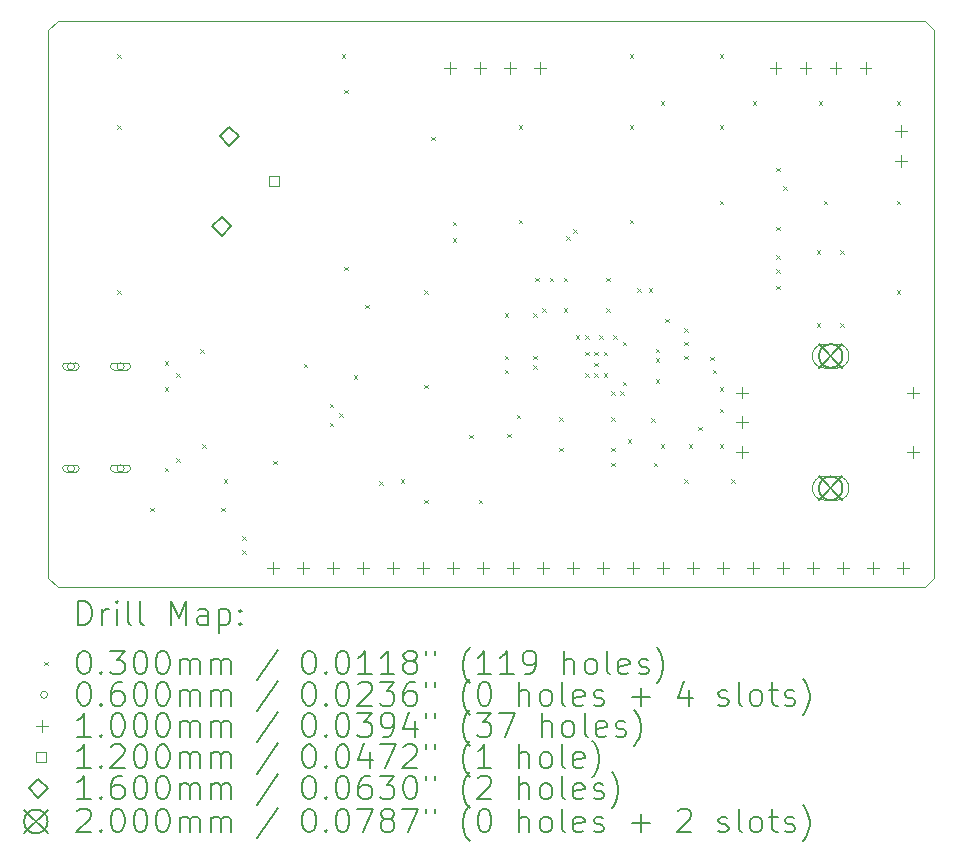
<source format=gbr>
%TF.GenerationSoftware,KiCad,Pcbnew,7.0.10*%
%TF.CreationDate,2024-02-24T17:37:48+01:00*%
%TF.ProjectId,rp2040-board,72703230-3430-42d6-926f-6172642e6b69,rev?*%
%TF.SameCoordinates,Original*%
%TF.FileFunction,Drillmap*%
%TF.FilePolarity,Positive*%
%FSLAX45Y45*%
G04 Gerber Fmt 4.5, Leading zero omitted, Abs format (unit mm)*
G04 Created by KiCad (PCBNEW 7.0.10) date 2024-02-24 17:37:48*
%MOMM*%
%LPD*%
G01*
G04 APERTURE LIST*
%ADD10C,0.100000*%
%ADD11C,0.200000*%
%ADD12C,0.120000*%
%ADD13C,0.160000*%
G04 APERTURE END LIST*
D10*
X10000000Y-11920000D02*
X10080000Y-12000000D01*
X10080000Y-12000000D02*
X17420000Y-12000000D01*
X17420000Y-12000000D02*
X17500000Y-11920000D01*
X17500000Y-7280000D02*
X17420000Y-7200000D01*
X17500000Y-11920000D02*
X17500000Y-7280000D01*
X10000000Y-7280000D02*
X10000000Y-11920000D01*
X17420000Y-7200000D02*
X10080000Y-7200000D01*
X10000000Y-7280000D02*
X10080000Y-7200000D01*
D11*
D10*
X10585000Y-7485000D02*
X10615000Y-7515000D01*
X10615000Y-7485000D02*
X10585000Y-7515000D01*
X10585000Y-8085000D02*
X10615000Y-8115000D01*
X10615000Y-8085000D02*
X10585000Y-8115000D01*
X10585000Y-9485000D02*
X10615000Y-9515000D01*
X10615000Y-9485000D02*
X10585000Y-9515000D01*
X10865000Y-11325000D02*
X10895000Y-11355000D01*
X10895000Y-11325000D02*
X10865000Y-11355000D01*
X10985000Y-10085000D02*
X11015000Y-10115000D01*
X11015000Y-10085000D02*
X10985000Y-10115000D01*
X10985000Y-10305000D02*
X11015000Y-10335000D01*
X11015000Y-10305000D02*
X10985000Y-10335000D01*
X10985000Y-10985000D02*
X11015000Y-11015000D01*
X11015000Y-10985000D02*
X10985000Y-11015000D01*
X11085000Y-10185000D02*
X11115000Y-10215000D01*
X11115000Y-10185000D02*
X11085000Y-10215000D01*
X11085000Y-10905000D02*
X11115000Y-10935000D01*
X11115000Y-10905000D02*
X11085000Y-10935000D01*
X11285000Y-9985000D02*
X11315000Y-10015000D01*
X11315000Y-9985000D02*
X11285000Y-10015000D01*
X11305000Y-10785000D02*
X11335000Y-10815000D01*
X11335000Y-10785000D02*
X11305000Y-10815000D01*
X11465000Y-11325000D02*
X11495000Y-11355000D01*
X11495000Y-11325000D02*
X11465000Y-11355000D01*
X11485000Y-11085000D02*
X11515000Y-11115000D01*
X11515000Y-11085000D02*
X11485000Y-11115000D01*
X11645000Y-11565000D02*
X11675000Y-11595000D01*
X11675000Y-11565000D02*
X11645000Y-11595000D01*
X11645000Y-11685000D02*
X11675000Y-11715000D01*
X11675000Y-11685000D02*
X11645000Y-11715000D01*
X11905000Y-10925000D02*
X11935000Y-10955000D01*
X11935000Y-10925000D02*
X11905000Y-10955000D01*
X12165000Y-10105000D02*
X12195000Y-10135000D01*
X12195000Y-10105000D02*
X12165000Y-10135000D01*
X12385000Y-10445000D02*
X12415000Y-10475000D01*
X12415000Y-10445000D02*
X12385000Y-10475000D01*
X12385000Y-10605000D02*
X12415000Y-10635000D01*
X12415000Y-10605000D02*
X12385000Y-10635000D01*
X12465000Y-10525000D02*
X12495000Y-10555000D01*
X12495000Y-10525000D02*
X12465000Y-10555000D01*
X12485000Y-7485000D02*
X12515000Y-7515000D01*
X12515000Y-7485000D02*
X12485000Y-7515000D01*
X12505000Y-7785000D02*
X12535000Y-7815000D01*
X12535000Y-7785000D02*
X12505000Y-7815000D01*
X12505000Y-9285000D02*
X12535000Y-9315000D01*
X12535000Y-9285000D02*
X12505000Y-9315000D01*
X12585000Y-10205000D02*
X12615000Y-10235000D01*
X12615000Y-10205000D02*
X12585000Y-10235000D01*
X12685000Y-9605000D02*
X12715000Y-9635000D01*
X12715000Y-9605000D02*
X12685000Y-9635000D01*
X12805000Y-11102500D02*
X12835000Y-11132500D01*
X12835000Y-11102500D02*
X12805000Y-11132500D01*
X12985000Y-11085000D02*
X13015000Y-11115000D01*
X13015000Y-11085000D02*
X12985000Y-11115000D01*
X13185000Y-9485000D02*
X13215000Y-9515000D01*
X13215000Y-9485000D02*
X13185000Y-9515000D01*
X13185000Y-10285000D02*
X13215000Y-10315000D01*
X13215000Y-10285000D02*
X13185000Y-10315000D01*
X13185000Y-11257500D02*
X13215000Y-11287500D01*
X13215000Y-11257500D02*
X13185000Y-11287500D01*
X13245000Y-8185000D02*
X13275000Y-8215000D01*
X13275000Y-8185000D02*
X13245000Y-8215000D01*
X13425000Y-8905000D02*
X13455000Y-8935000D01*
X13455000Y-8905000D02*
X13425000Y-8935000D01*
X13425000Y-9045000D02*
X13455000Y-9075000D01*
X13455000Y-9045000D02*
X13425000Y-9075000D01*
X13565000Y-10705000D02*
X13595000Y-10735000D01*
X13595000Y-10705000D02*
X13565000Y-10735000D01*
X13645000Y-11257500D02*
X13675000Y-11287500D01*
X13675000Y-11257500D02*
X13645000Y-11287500D01*
X13865000Y-9677500D02*
X13895000Y-9707500D01*
X13895000Y-9677500D02*
X13865000Y-9707500D01*
X13865000Y-10037500D02*
X13895000Y-10067500D01*
X13895000Y-10037500D02*
X13865000Y-10067500D01*
X13865000Y-10157500D02*
X13895000Y-10187500D01*
X13895000Y-10157500D02*
X13865000Y-10187500D01*
X13885000Y-10697500D02*
X13915000Y-10727500D01*
X13915000Y-10697500D02*
X13885000Y-10727500D01*
X13965000Y-10537500D02*
X13995000Y-10567500D01*
X13995000Y-10537500D02*
X13965000Y-10567500D01*
X13985000Y-8085000D02*
X14015000Y-8115000D01*
X14015000Y-8085000D02*
X13985000Y-8115000D01*
X13985000Y-8885000D02*
X14015000Y-8915000D01*
X14015000Y-8885000D02*
X13985000Y-8915000D01*
X14105000Y-9677500D02*
X14135000Y-9707500D01*
X14135000Y-9677500D02*
X14105000Y-9707500D01*
X14105000Y-10037500D02*
X14135000Y-10067500D01*
X14135000Y-10037500D02*
X14105000Y-10067500D01*
X14105000Y-10117500D02*
X14135000Y-10147500D01*
X14135000Y-10117500D02*
X14105000Y-10147500D01*
X14125000Y-9377500D02*
X14155000Y-9407500D01*
X14155000Y-9377500D02*
X14125000Y-9407500D01*
X14185000Y-9637500D02*
X14215000Y-9667500D01*
X14215000Y-9637500D02*
X14185000Y-9667500D01*
X14245000Y-9377500D02*
X14275000Y-9407500D01*
X14275000Y-9377500D02*
X14245000Y-9407500D01*
X14325000Y-10557500D02*
X14355000Y-10587500D01*
X14355000Y-10557500D02*
X14325000Y-10587500D01*
X14325000Y-10817500D02*
X14355000Y-10847500D01*
X14355000Y-10817500D02*
X14325000Y-10847500D01*
X14365000Y-9377500D02*
X14395000Y-9407500D01*
X14395000Y-9377500D02*
X14365000Y-9407500D01*
X14365000Y-9637500D02*
X14395000Y-9667500D01*
X14395000Y-9637500D02*
X14365000Y-9667500D01*
X14385000Y-9025000D02*
X14415000Y-9055000D01*
X14415000Y-9025000D02*
X14385000Y-9055000D01*
X14445000Y-8965000D02*
X14475000Y-8995000D01*
X14475000Y-8965000D02*
X14445000Y-8995000D01*
X14465000Y-9865000D02*
X14495000Y-9895000D01*
X14495000Y-9865000D02*
X14465000Y-9895000D01*
X14545000Y-9865000D02*
X14575000Y-9895000D01*
X14575000Y-9865000D02*
X14545000Y-9895000D01*
X14545000Y-10005000D02*
X14575000Y-10035000D01*
X14575000Y-10005000D02*
X14545000Y-10035000D01*
X14545000Y-10185000D02*
X14575000Y-10215000D01*
X14575000Y-10185000D02*
X14545000Y-10215000D01*
X14625000Y-10005000D02*
X14655000Y-10035000D01*
X14655000Y-10005000D02*
X14625000Y-10035000D01*
X14625000Y-10097500D02*
X14655000Y-10127500D01*
X14655000Y-10097500D02*
X14625000Y-10127500D01*
X14625000Y-10185000D02*
X14655000Y-10215000D01*
X14655000Y-10185000D02*
X14625000Y-10215000D01*
X14665000Y-9865000D02*
X14695000Y-9895000D01*
X14695000Y-9865000D02*
X14665000Y-9895000D01*
X14705000Y-10005000D02*
X14735000Y-10035000D01*
X14735000Y-10005000D02*
X14705000Y-10035000D01*
X14705000Y-10185000D02*
X14735000Y-10215000D01*
X14735000Y-10185000D02*
X14705000Y-10215000D01*
X14725000Y-9377500D02*
X14755000Y-9407500D01*
X14755000Y-9377500D02*
X14725000Y-9407500D01*
X14725000Y-9637500D02*
X14755000Y-9667500D01*
X14755000Y-9637500D02*
X14725000Y-9667500D01*
X14765000Y-10337500D02*
X14795000Y-10367500D01*
X14795000Y-10337500D02*
X14765000Y-10367500D01*
X14765000Y-10557500D02*
X14795000Y-10587500D01*
X14795000Y-10557500D02*
X14765000Y-10587500D01*
X14765000Y-10817500D02*
X14795000Y-10847500D01*
X14795000Y-10817500D02*
X14765000Y-10847500D01*
X14765000Y-10945000D02*
X14795000Y-10975000D01*
X14795000Y-10945000D02*
X14765000Y-10975000D01*
X14785000Y-9865000D02*
X14815000Y-9895000D01*
X14815000Y-9865000D02*
X14785000Y-9895000D01*
X14845000Y-10337500D02*
X14875000Y-10367500D01*
X14875000Y-10337500D02*
X14845000Y-10367500D01*
X14865000Y-9917500D02*
X14895000Y-9947500D01*
X14895000Y-9917500D02*
X14865000Y-9947500D01*
X14865000Y-10257500D02*
X14895000Y-10287500D01*
X14895000Y-10257500D02*
X14865000Y-10287500D01*
X14905000Y-10745000D02*
X14935000Y-10775000D01*
X14935000Y-10745000D02*
X14905000Y-10775000D01*
X14925000Y-7485000D02*
X14955000Y-7515000D01*
X14955000Y-7485000D02*
X14925000Y-7515000D01*
X14925000Y-8085000D02*
X14955000Y-8115000D01*
X14955000Y-8085000D02*
X14925000Y-8115000D01*
X14925000Y-8885000D02*
X14955000Y-8915000D01*
X14955000Y-8885000D02*
X14925000Y-8915000D01*
X14985000Y-9465000D02*
X15015000Y-9495000D01*
X15015000Y-9465000D02*
X14985000Y-9495000D01*
X15085000Y-9465000D02*
X15115000Y-9495000D01*
X15115000Y-9465000D02*
X15085000Y-9495000D01*
X15105000Y-10565000D02*
X15135000Y-10595000D01*
X15135000Y-10565000D02*
X15105000Y-10595000D01*
X15125000Y-10945000D02*
X15155000Y-10975000D01*
X15155000Y-10945000D02*
X15125000Y-10975000D01*
X15145000Y-9977500D02*
X15175000Y-10007500D01*
X15175000Y-9977500D02*
X15145000Y-10007500D01*
X15145000Y-10057500D02*
X15175000Y-10087500D01*
X15175000Y-10057500D02*
X15145000Y-10087500D01*
X15145000Y-10237500D02*
X15175000Y-10267500D01*
X15175000Y-10237500D02*
X15145000Y-10267500D01*
X15185000Y-7885000D02*
X15215000Y-7915000D01*
X15215000Y-7885000D02*
X15185000Y-7915000D01*
X15185000Y-10785000D02*
X15215000Y-10815000D01*
X15215000Y-10785000D02*
X15185000Y-10815000D01*
X15225000Y-9725000D02*
X15255000Y-9755000D01*
X15255000Y-9725000D02*
X15225000Y-9755000D01*
X15385000Y-9805000D02*
X15415000Y-9835000D01*
X15415000Y-9805000D02*
X15385000Y-9835000D01*
X15385000Y-9917500D02*
X15415000Y-9947500D01*
X15415000Y-9917500D02*
X15385000Y-9947500D01*
X15385000Y-10037500D02*
X15415000Y-10067500D01*
X15415000Y-10037500D02*
X15385000Y-10067500D01*
X15385000Y-11085000D02*
X15415000Y-11115000D01*
X15415000Y-11085000D02*
X15385000Y-11115000D01*
X15425000Y-10785000D02*
X15455000Y-10815000D01*
X15455000Y-10785000D02*
X15425000Y-10815000D01*
X15505000Y-10637500D02*
X15535000Y-10667500D01*
X15535000Y-10637500D02*
X15505000Y-10667500D01*
X15605000Y-10045000D02*
X15635000Y-10075000D01*
X15635000Y-10045000D02*
X15605000Y-10075000D01*
X15625000Y-10157500D02*
X15655000Y-10187500D01*
X15655000Y-10157500D02*
X15625000Y-10187500D01*
X15685000Y-7485000D02*
X15715000Y-7515000D01*
X15715000Y-7485000D02*
X15685000Y-7515000D01*
X15685000Y-8085000D02*
X15715000Y-8115000D01*
X15715000Y-8085000D02*
X15685000Y-8115000D01*
X15685000Y-8725000D02*
X15715000Y-8755000D01*
X15715000Y-8725000D02*
X15685000Y-8755000D01*
X15685000Y-10305000D02*
X15715000Y-10335000D01*
X15715000Y-10305000D02*
X15685000Y-10335000D01*
X15685000Y-10485000D02*
X15715000Y-10515000D01*
X15715000Y-10485000D02*
X15685000Y-10515000D01*
X15685000Y-10785000D02*
X15715000Y-10815000D01*
X15715000Y-10785000D02*
X15685000Y-10815000D01*
X15785000Y-11085000D02*
X15815000Y-11115000D01*
X15815000Y-11085000D02*
X15785000Y-11115000D01*
X15965000Y-7885000D02*
X15995000Y-7915000D01*
X15995000Y-7885000D02*
X15965000Y-7915000D01*
X16165000Y-8445000D02*
X16195000Y-8475000D01*
X16195000Y-8445000D02*
X16165000Y-8475000D01*
X16165000Y-8945000D02*
X16195000Y-8975000D01*
X16195000Y-8945000D02*
X16165000Y-8975000D01*
X16165000Y-9185000D02*
X16195000Y-9215000D01*
X16195000Y-9185000D02*
X16165000Y-9215000D01*
X16165000Y-9305000D02*
X16195000Y-9335000D01*
X16195000Y-9305000D02*
X16165000Y-9335000D01*
X16165000Y-9445000D02*
X16195000Y-9475000D01*
X16195000Y-9445000D02*
X16165000Y-9475000D01*
X16225000Y-8605000D02*
X16255000Y-8635000D01*
X16255000Y-8605000D02*
X16225000Y-8635000D01*
X16505000Y-9145000D02*
X16535000Y-9175000D01*
X16535000Y-9145000D02*
X16505000Y-9175000D01*
X16505000Y-9765000D02*
X16535000Y-9795000D01*
X16535000Y-9765000D02*
X16505000Y-9795000D01*
X16525000Y-7885000D02*
X16555000Y-7915000D01*
X16555000Y-7885000D02*
X16525000Y-7915000D01*
X16565000Y-8725000D02*
X16595000Y-8755000D01*
X16595000Y-8725000D02*
X16565000Y-8755000D01*
X16705000Y-9145000D02*
X16735000Y-9175000D01*
X16735000Y-9145000D02*
X16705000Y-9175000D01*
X16705000Y-9765000D02*
X16735000Y-9795000D01*
X16735000Y-9765000D02*
X16705000Y-9795000D01*
X17185000Y-7885000D02*
X17215000Y-7915000D01*
X17215000Y-7885000D02*
X17185000Y-7915000D01*
X17185000Y-8725000D02*
X17215000Y-8755000D01*
X17215000Y-8725000D02*
X17185000Y-8755000D01*
X17185000Y-9485000D02*
X17215000Y-9515000D01*
X17215000Y-9485000D02*
X17185000Y-9515000D01*
X10222500Y-10128000D02*
G75*
G03*
X10162500Y-10128000I-30000J0D01*
G01*
X10162500Y-10128000D02*
G75*
G03*
X10222500Y-10128000I30000J0D01*
G01*
X10232500Y-10098000D02*
X10152500Y-10098000D01*
X10152500Y-10098000D02*
G75*
G03*
X10152500Y-10158000I0J-30000D01*
G01*
X10152500Y-10158000D02*
X10232500Y-10158000D01*
X10232500Y-10158000D02*
G75*
G03*
X10232500Y-10098000I0J30000D01*
G01*
X10222500Y-10992000D02*
G75*
G03*
X10162500Y-10992000I-30000J0D01*
G01*
X10162500Y-10992000D02*
G75*
G03*
X10222500Y-10992000I30000J0D01*
G01*
X10232500Y-10962000D02*
X10152500Y-10962000D01*
X10152500Y-10962000D02*
G75*
G03*
X10152500Y-11022000I0J-30000D01*
G01*
X10152500Y-11022000D02*
X10232500Y-11022000D01*
X10232500Y-11022000D02*
G75*
G03*
X10232500Y-10962000I0J30000D01*
G01*
X10642500Y-10128000D02*
G75*
G03*
X10582500Y-10128000I-30000J0D01*
G01*
X10582500Y-10128000D02*
G75*
G03*
X10642500Y-10128000I30000J0D01*
G01*
X10667500Y-10098000D02*
X10557500Y-10098000D01*
X10557500Y-10098000D02*
G75*
G03*
X10557500Y-10158000I0J-30000D01*
G01*
X10557500Y-10158000D02*
X10667500Y-10158000D01*
X10667500Y-10158000D02*
G75*
G03*
X10667500Y-10098000I0J30000D01*
G01*
X10642500Y-10992000D02*
G75*
G03*
X10582500Y-10992000I-30000J0D01*
G01*
X10582500Y-10992000D02*
G75*
G03*
X10642500Y-10992000I30000J0D01*
G01*
X10667500Y-10962000D02*
X10557500Y-10962000D01*
X10557500Y-10962000D02*
G75*
G03*
X10557500Y-11022000I0J-30000D01*
G01*
X10557500Y-11022000D02*
X10667500Y-11022000D01*
X10667500Y-11022000D02*
G75*
G03*
X10667500Y-10962000I0J30000D01*
G01*
X11900000Y-11782500D02*
X11900000Y-11882500D01*
X11850000Y-11832500D02*
X11950000Y-11832500D01*
X12154000Y-11782500D02*
X12154000Y-11882500D01*
X12104000Y-11832500D02*
X12204000Y-11832500D01*
X12408000Y-11782500D02*
X12408000Y-11882500D01*
X12358000Y-11832500D02*
X12458000Y-11832500D01*
X12662000Y-11782500D02*
X12662000Y-11882500D01*
X12612000Y-11832500D02*
X12712000Y-11832500D01*
X12916000Y-11782500D02*
X12916000Y-11882500D01*
X12866000Y-11832500D02*
X12966000Y-11832500D01*
X13170000Y-11782500D02*
X13170000Y-11882500D01*
X13120000Y-11832500D02*
X13220000Y-11832500D01*
X13400000Y-7550000D02*
X13400000Y-7650000D01*
X13350000Y-7600000D02*
X13450000Y-7600000D01*
X13424000Y-11782500D02*
X13424000Y-11882500D01*
X13374000Y-11832500D02*
X13474000Y-11832500D01*
X13654000Y-7550000D02*
X13654000Y-7650000D01*
X13604000Y-7600000D02*
X13704000Y-7600000D01*
X13678000Y-11782500D02*
X13678000Y-11882500D01*
X13628000Y-11832500D02*
X13728000Y-11832500D01*
X13908000Y-7550000D02*
X13908000Y-7650000D01*
X13858000Y-7600000D02*
X13958000Y-7600000D01*
X13932000Y-11782500D02*
X13932000Y-11882500D01*
X13882000Y-11832500D02*
X13982000Y-11832500D01*
X14162000Y-7550000D02*
X14162000Y-7650000D01*
X14112000Y-7600000D02*
X14212000Y-7600000D01*
X14186000Y-11782500D02*
X14186000Y-11882500D01*
X14136000Y-11832500D02*
X14236000Y-11832500D01*
X14440000Y-11782500D02*
X14440000Y-11882500D01*
X14390000Y-11832500D02*
X14490000Y-11832500D01*
X14694000Y-11782500D02*
X14694000Y-11882500D01*
X14644000Y-11832500D02*
X14744000Y-11832500D01*
X14948000Y-11782500D02*
X14948000Y-11882500D01*
X14898000Y-11832500D02*
X14998000Y-11832500D01*
X15202000Y-11782500D02*
X15202000Y-11882500D01*
X15152000Y-11832500D02*
X15252000Y-11832500D01*
X15456000Y-11782500D02*
X15456000Y-11882500D01*
X15406000Y-11832500D02*
X15506000Y-11832500D01*
X15710000Y-11782500D02*
X15710000Y-11882500D01*
X15660000Y-11832500D02*
X15760000Y-11832500D01*
X15875000Y-10300000D02*
X15875000Y-10400000D01*
X15825000Y-10350000D02*
X15925000Y-10350000D01*
X15875000Y-10550000D02*
X15875000Y-10650000D01*
X15825000Y-10600000D02*
X15925000Y-10600000D01*
X15875000Y-10800000D02*
X15875000Y-10900000D01*
X15825000Y-10850000D02*
X15925000Y-10850000D01*
X15964000Y-11782500D02*
X15964000Y-11882500D01*
X15914000Y-11832500D02*
X16014000Y-11832500D01*
X16158000Y-7550000D02*
X16158000Y-7650000D01*
X16108000Y-7600000D02*
X16208000Y-7600000D01*
X16218000Y-11782500D02*
X16218000Y-11882500D01*
X16168000Y-11832500D02*
X16268000Y-11832500D01*
X16412000Y-7550000D02*
X16412000Y-7650000D01*
X16362000Y-7600000D02*
X16462000Y-7600000D01*
X16472000Y-11782500D02*
X16472000Y-11882500D01*
X16422000Y-11832500D02*
X16522000Y-11832500D01*
X16666000Y-7550000D02*
X16666000Y-7650000D01*
X16616000Y-7600000D02*
X16716000Y-7600000D01*
X16726000Y-11782500D02*
X16726000Y-11882500D01*
X16676000Y-11832500D02*
X16776000Y-11832500D01*
X16920000Y-7550000D02*
X16920000Y-7650000D01*
X16870000Y-7600000D02*
X16970000Y-7600000D01*
X16980000Y-11782500D02*
X16980000Y-11882500D01*
X16930000Y-11832500D02*
X17030000Y-11832500D01*
X17220000Y-8082500D02*
X17220000Y-8182500D01*
X17170000Y-8132500D02*
X17270000Y-8132500D01*
X17220000Y-8336500D02*
X17220000Y-8436500D01*
X17170000Y-8386500D02*
X17270000Y-8386500D01*
X17234000Y-11782500D02*
X17234000Y-11882500D01*
X17184000Y-11832500D02*
X17284000Y-11832500D01*
X17325000Y-10300000D02*
X17325000Y-10400000D01*
X17275000Y-10350000D02*
X17375000Y-10350000D01*
X17325000Y-10800000D02*
X17325000Y-10900000D01*
X17275000Y-10850000D02*
X17375000Y-10850000D01*
D12*
X11956427Y-8601427D02*
X11956427Y-8516573D01*
X11871573Y-8516573D01*
X11871573Y-8601427D01*
X11956427Y-8601427D01*
D13*
X11469000Y-9020000D02*
X11549000Y-8940000D01*
X11469000Y-8860000D01*
X11389000Y-8940000D01*
X11469000Y-9020000D01*
X11532500Y-8258000D02*
X11612500Y-8178000D01*
X11532500Y-8098000D01*
X11452500Y-8178000D01*
X11532500Y-8258000D01*
D11*
X16525000Y-9940000D02*
X16725000Y-10140000D01*
X16725000Y-9940000D02*
X16525000Y-10140000D01*
X16725000Y-10040000D02*
G75*
G03*
X16525000Y-10040000I-100000J0D01*
G01*
X16525000Y-10040000D02*
G75*
G03*
X16725000Y-10040000I100000J0D01*
G01*
D10*
X16570000Y-10140000D02*
X16680000Y-10140000D01*
X16680000Y-10140000D02*
G75*
G03*
X16680000Y-9940000I0J100000D01*
G01*
X16680000Y-9940000D02*
X16570000Y-9940000D01*
X16570000Y-9940000D02*
G75*
G03*
X16570000Y-10140000I0J-100000D01*
G01*
D11*
X16525000Y-11060000D02*
X16725000Y-11260000D01*
X16725000Y-11060000D02*
X16525000Y-11260000D01*
X16725000Y-11160000D02*
G75*
G03*
X16525000Y-11160000I-100000J0D01*
G01*
X16525000Y-11160000D02*
G75*
G03*
X16725000Y-11160000I100000J0D01*
G01*
D10*
X16570000Y-11260000D02*
X16680000Y-11260000D01*
X16680000Y-11260000D02*
G75*
G03*
X16680000Y-11060000I0J100000D01*
G01*
X16680000Y-11060000D02*
X16570000Y-11060000D01*
X16570000Y-11060000D02*
G75*
G03*
X16570000Y-11260000I0J-100000D01*
G01*
D11*
X10255777Y-12316484D02*
X10255777Y-12116484D01*
X10255777Y-12116484D02*
X10303396Y-12116484D01*
X10303396Y-12116484D02*
X10331967Y-12126008D01*
X10331967Y-12126008D02*
X10351015Y-12145055D01*
X10351015Y-12145055D02*
X10360539Y-12164103D01*
X10360539Y-12164103D02*
X10370063Y-12202198D01*
X10370063Y-12202198D02*
X10370063Y-12230769D01*
X10370063Y-12230769D02*
X10360539Y-12268865D01*
X10360539Y-12268865D02*
X10351015Y-12287912D01*
X10351015Y-12287912D02*
X10331967Y-12306960D01*
X10331967Y-12306960D02*
X10303396Y-12316484D01*
X10303396Y-12316484D02*
X10255777Y-12316484D01*
X10455777Y-12316484D02*
X10455777Y-12183150D01*
X10455777Y-12221246D02*
X10465301Y-12202198D01*
X10465301Y-12202198D02*
X10474824Y-12192674D01*
X10474824Y-12192674D02*
X10493872Y-12183150D01*
X10493872Y-12183150D02*
X10512920Y-12183150D01*
X10579586Y-12316484D02*
X10579586Y-12183150D01*
X10579586Y-12116484D02*
X10570063Y-12126008D01*
X10570063Y-12126008D02*
X10579586Y-12135531D01*
X10579586Y-12135531D02*
X10589110Y-12126008D01*
X10589110Y-12126008D02*
X10579586Y-12116484D01*
X10579586Y-12116484D02*
X10579586Y-12135531D01*
X10703396Y-12316484D02*
X10684348Y-12306960D01*
X10684348Y-12306960D02*
X10674824Y-12287912D01*
X10674824Y-12287912D02*
X10674824Y-12116484D01*
X10808158Y-12316484D02*
X10789110Y-12306960D01*
X10789110Y-12306960D02*
X10779586Y-12287912D01*
X10779586Y-12287912D02*
X10779586Y-12116484D01*
X11036729Y-12316484D02*
X11036729Y-12116484D01*
X11036729Y-12116484D02*
X11103396Y-12259341D01*
X11103396Y-12259341D02*
X11170063Y-12116484D01*
X11170063Y-12116484D02*
X11170063Y-12316484D01*
X11351015Y-12316484D02*
X11351015Y-12211722D01*
X11351015Y-12211722D02*
X11341491Y-12192674D01*
X11341491Y-12192674D02*
X11322443Y-12183150D01*
X11322443Y-12183150D02*
X11284348Y-12183150D01*
X11284348Y-12183150D02*
X11265301Y-12192674D01*
X11351015Y-12306960D02*
X11331967Y-12316484D01*
X11331967Y-12316484D02*
X11284348Y-12316484D01*
X11284348Y-12316484D02*
X11265301Y-12306960D01*
X11265301Y-12306960D02*
X11255777Y-12287912D01*
X11255777Y-12287912D02*
X11255777Y-12268865D01*
X11255777Y-12268865D02*
X11265301Y-12249817D01*
X11265301Y-12249817D02*
X11284348Y-12240293D01*
X11284348Y-12240293D02*
X11331967Y-12240293D01*
X11331967Y-12240293D02*
X11351015Y-12230769D01*
X11446253Y-12183150D02*
X11446253Y-12383150D01*
X11446253Y-12192674D02*
X11465301Y-12183150D01*
X11465301Y-12183150D02*
X11503396Y-12183150D01*
X11503396Y-12183150D02*
X11522443Y-12192674D01*
X11522443Y-12192674D02*
X11531967Y-12202198D01*
X11531967Y-12202198D02*
X11541491Y-12221246D01*
X11541491Y-12221246D02*
X11541491Y-12278388D01*
X11541491Y-12278388D02*
X11531967Y-12297436D01*
X11531967Y-12297436D02*
X11522443Y-12306960D01*
X11522443Y-12306960D02*
X11503396Y-12316484D01*
X11503396Y-12316484D02*
X11465301Y-12316484D01*
X11465301Y-12316484D02*
X11446253Y-12306960D01*
X11627205Y-12297436D02*
X11636729Y-12306960D01*
X11636729Y-12306960D02*
X11627205Y-12316484D01*
X11627205Y-12316484D02*
X11617682Y-12306960D01*
X11617682Y-12306960D02*
X11627205Y-12297436D01*
X11627205Y-12297436D02*
X11627205Y-12316484D01*
X11627205Y-12192674D02*
X11636729Y-12202198D01*
X11636729Y-12202198D02*
X11627205Y-12211722D01*
X11627205Y-12211722D02*
X11617682Y-12202198D01*
X11617682Y-12202198D02*
X11627205Y-12192674D01*
X11627205Y-12192674D02*
X11627205Y-12211722D01*
D10*
X9965000Y-12630000D02*
X9995000Y-12660000D01*
X9995000Y-12630000D02*
X9965000Y-12660000D01*
D11*
X10293872Y-12536484D02*
X10312920Y-12536484D01*
X10312920Y-12536484D02*
X10331967Y-12546008D01*
X10331967Y-12546008D02*
X10341491Y-12555531D01*
X10341491Y-12555531D02*
X10351015Y-12574579D01*
X10351015Y-12574579D02*
X10360539Y-12612674D01*
X10360539Y-12612674D02*
X10360539Y-12660293D01*
X10360539Y-12660293D02*
X10351015Y-12698388D01*
X10351015Y-12698388D02*
X10341491Y-12717436D01*
X10341491Y-12717436D02*
X10331967Y-12726960D01*
X10331967Y-12726960D02*
X10312920Y-12736484D01*
X10312920Y-12736484D02*
X10293872Y-12736484D01*
X10293872Y-12736484D02*
X10274824Y-12726960D01*
X10274824Y-12726960D02*
X10265301Y-12717436D01*
X10265301Y-12717436D02*
X10255777Y-12698388D01*
X10255777Y-12698388D02*
X10246253Y-12660293D01*
X10246253Y-12660293D02*
X10246253Y-12612674D01*
X10246253Y-12612674D02*
X10255777Y-12574579D01*
X10255777Y-12574579D02*
X10265301Y-12555531D01*
X10265301Y-12555531D02*
X10274824Y-12546008D01*
X10274824Y-12546008D02*
X10293872Y-12536484D01*
X10446253Y-12717436D02*
X10455777Y-12726960D01*
X10455777Y-12726960D02*
X10446253Y-12736484D01*
X10446253Y-12736484D02*
X10436729Y-12726960D01*
X10436729Y-12726960D02*
X10446253Y-12717436D01*
X10446253Y-12717436D02*
X10446253Y-12736484D01*
X10522444Y-12536484D02*
X10646253Y-12536484D01*
X10646253Y-12536484D02*
X10579586Y-12612674D01*
X10579586Y-12612674D02*
X10608158Y-12612674D01*
X10608158Y-12612674D02*
X10627205Y-12622198D01*
X10627205Y-12622198D02*
X10636729Y-12631722D01*
X10636729Y-12631722D02*
X10646253Y-12650769D01*
X10646253Y-12650769D02*
X10646253Y-12698388D01*
X10646253Y-12698388D02*
X10636729Y-12717436D01*
X10636729Y-12717436D02*
X10627205Y-12726960D01*
X10627205Y-12726960D02*
X10608158Y-12736484D01*
X10608158Y-12736484D02*
X10551015Y-12736484D01*
X10551015Y-12736484D02*
X10531967Y-12726960D01*
X10531967Y-12726960D02*
X10522444Y-12717436D01*
X10770063Y-12536484D02*
X10789110Y-12536484D01*
X10789110Y-12536484D02*
X10808158Y-12546008D01*
X10808158Y-12546008D02*
X10817682Y-12555531D01*
X10817682Y-12555531D02*
X10827205Y-12574579D01*
X10827205Y-12574579D02*
X10836729Y-12612674D01*
X10836729Y-12612674D02*
X10836729Y-12660293D01*
X10836729Y-12660293D02*
X10827205Y-12698388D01*
X10827205Y-12698388D02*
X10817682Y-12717436D01*
X10817682Y-12717436D02*
X10808158Y-12726960D01*
X10808158Y-12726960D02*
X10789110Y-12736484D01*
X10789110Y-12736484D02*
X10770063Y-12736484D01*
X10770063Y-12736484D02*
X10751015Y-12726960D01*
X10751015Y-12726960D02*
X10741491Y-12717436D01*
X10741491Y-12717436D02*
X10731967Y-12698388D01*
X10731967Y-12698388D02*
X10722444Y-12660293D01*
X10722444Y-12660293D02*
X10722444Y-12612674D01*
X10722444Y-12612674D02*
X10731967Y-12574579D01*
X10731967Y-12574579D02*
X10741491Y-12555531D01*
X10741491Y-12555531D02*
X10751015Y-12546008D01*
X10751015Y-12546008D02*
X10770063Y-12536484D01*
X10960539Y-12536484D02*
X10979586Y-12536484D01*
X10979586Y-12536484D02*
X10998634Y-12546008D01*
X10998634Y-12546008D02*
X11008158Y-12555531D01*
X11008158Y-12555531D02*
X11017682Y-12574579D01*
X11017682Y-12574579D02*
X11027205Y-12612674D01*
X11027205Y-12612674D02*
X11027205Y-12660293D01*
X11027205Y-12660293D02*
X11017682Y-12698388D01*
X11017682Y-12698388D02*
X11008158Y-12717436D01*
X11008158Y-12717436D02*
X10998634Y-12726960D01*
X10998634Y-12726960D02*
X10979586Y-12736484D01*
X10979586Y-12736484D02*
X10960539Y-12736484D01*
X10960539Y-12736484D02*
X10941491Y-12726960D01*
X10941491Y-12726960D02*
X10931967Y-12717436D01*
X10931967Y-12717436D02*
X10922444Y-12698388D01*
X10922444Y-12698388D02*
X10912920Y-12660293D01*
X10912920Y-12660293D02*
X10912920Y-12612674D01*
X10912920Y-12612674D02*
X10922444Y-12574579D01*
X10922444Y-12574579D02*
X10931967Y-12555531D01*
X10931967Y-12555531D02*
X10941491Y-12546008D01*
X10941491Y-12546008D02*
X10960539Y-12536484D01*
X11112920Y-12736484D02*
X11112920Y-12603150D01*
X11112920Y-12622198D02*
X11122444Y-12612674D01*
X11122444Y-12612674D02*
X11141491Y-12603150D01*
X11141491Y-12603150D02*
X11170063Y-12603150D01*
X11170063Y-12603150D02*
X11189110Y-12612674D01*
X11189110Y-12612674D02*
X11198634Y-12631722D01*
X11198634Y-12631722D02*
X11198634Y-12736484D01*
X11198634Y-12631722D02*
X11208158Y-12612674D01*
X11208158Y-12612674D02*
X11227205Y-12603150D01*
X11227205Y-12603150D02*
X11255777Y-12603150D01*
X11255777Y-12603150D02*
X11274824Y-12612674D01*
X11274824Y-12612674D02*
X11284348Y-12631722D01*
X11284348Y-12631722D02*
X11284348Y-12736484D01*
X11379586Y-12736484D02*
X11379586Y-12603150D01*
X11379586Y-12622198D02*
X11389110Y-12612674D01*
X11389110Y-12612674D02*
X11408158Y-12603150D01*
X11408158Y-12603150D02*
X11436729Y-12603150D01*
X11436729Y-12603150D02*
X11455777Y-12612674D01*
X11455777Y-12612674D02*
X11465301Y-12631722D01*
X11465301Y-12631722D02*
X11465301Y-12736484D01*
X11465301Y-12631722D02*
X11474824Y-12612674D01*
X11474824Y-12612674D02*
X11493872Y-12603150D01*
X11493872Y-12603150D02*
X11522443Y-12603150D01*
X11522443Y-12603150D02*
X11541491Y-12612674D01*
X11541491Y-12612674D02*
X11551015Y-12631722D01*
X11551015Y-12631722D02*
X11551015Y-12736484D01*
X11941491Y-12526960D02*
X11770063Y-12784103D01*
X12198634Y-12536484D02*
X12217682Y-12536484D01*
X12217682Y-12536484D02*
X12236729Y-12546008D01*
X12236729Y-12546008D02*
X12246253Y-12555531D01*
X12246253Y-12555531D02*
X12255777Y-12574579D01*
X12255777Y-12574579D02*
X12265301Y-12612674D01*
X12265301Y-12612674D02*
X12265301Y-12660293D01*
X12265301Y-12660293D02*
X12255777Y-12698388D01*
X12255777Y-12698388D02*
X12246253Y-12717436D01*
X12246253Y-12717436D02*
X12236729Y-12726960D01*
X12236729Y-12726960D02*
X12217682Y-12736484D01*
X12217682Y-12736484D02*
X12198634Y-12736484D01*
X12198634Y-12736484D02*
X12179586Y-12726960D01*
X12179586Y-12726960D02*
X12170063Y-12717436D01*
X12170063Y-12717436D02*
X12160539Y-12698388D01*
X12160539Y-12698388D02*
X12151015Y-12660293D01*
X12151015Y-12660293D02*
X12151015Y-12612674D01*
X12151015Y-12612674D02*
X12160539Y-12574579D01*
X12160539Y-12574579D02*
X12170063Y-12555531D01*
X12170063Y-12555531D02*
X12179586Y-12546008D01*
X12179586Y-12546008D02*
X12198634Y-12536484D01*
X12351015Y-12717436D02*
X12360539Y-12726960D01*
X12360539Y-12726960D02*
X12351015Y-12736484D01*
X12351015Y-12736484D02*
X12341491Y-12726960D01*
X12341491Y-12726960D02*
X12351015Y-12717436D01*
X12351015Y-12717436D02*
X12351015Y-12736484D01*
X12484348Y-12536484D02*
X12503396Y-12536484D01*
X12503396Y-12536484D02*
X12522444Y-12546008D01*
X12522444Y-12546008D02*
X12531967Y-12555531D01*
X12531967Y-12555531D02*
X12541491Y-12574579D01*
X12541491Y-12574579D02*
X12551015Y-12612674D01*
X12551015Y-12612674D02*
X12551015Y-12660293D01*
X12551015Y-12660293D02*
X12541491Y-12698388D01*
X12541491Y-12698388D02*
X12531967Y-12717436D01*
X12531967Y-12717436D02*
X12522444Y-12726960D01*
X12522444Y-12726960D02*
X12503396Y-12736484D01*
X12503396Y-12736484D02*
X12484348Y-12736484D01*
X12484348Y-12736484D02*
X12465301Y-12726960D01*
X12465301Y-12726960D02*
X12455777Y-12717436D01*
X12455777Y-12717436D02*
X12446253Y-12698388D01*
X12446253Y-12698388D02*
X12436729Y-12660293D01*
X12436729Y-12660293D02*
X12436729Y-12612674D01*
X12436729Y-12612674D02*
X12446253Y-12574579D01*
X12446253Y-12574579D02*
X12455777Y-12555531D01*
X12455777Y-12555531D02*
X12465301Y-12546008D01*
X12465301Y-12546008D02*
X12484348Y-12536484D01*
X12741491Y-12736484D02*
X12627206Y-12736484D01*
X12684348Y-12736484D02*
X12684348Y-12536484D01*
X12684348Y-12536484D02*
X12665301Y-12565055D01*
X12665301Y-12565055D02*
X12646253Y-12584103D01*
X12646253Y-12584103D02*
X12627206Y-12593627D01*
X12931967Y-12736484D02*
X12817682Y-12736484D01*
X12874825Y-12736484D02*
X12874825Y-12536484D01*
X12874825Y-12536484D02*
X12855777Y-12565055D01*
X12855777Y-12565055D02*
X12836729Y-12584103D01*
X12836729Y-12584103D02*
X12817682Y-12593627D01*
X13046253Y-12622198D02*
X13027206Y-12612674D01*
X13027206Y-12612674D02*
X13017682Y-12603150D01*
X13017682Y-12603150D02*
X13008158Y-12584103D01*
X13008158Y-12584103D02*
X13008158Y-12574579D01*
X13008158Y-12574579D02*
X13017682Y-12555531D01*
X13017682Y-12555531D02*
X13027206Y-12546008D01*
X13027206Y-12546008D02*
X13046253Y-12536484D01*
X13046253Y-12536484D02*
X13084348Y-12536484D01*
X13084348Y-12536484D02*
X13103396Y-12546008D01*
X13103396Y-12546008D02*
X13112920Y-12555531D01*
X13112920Y-12555531D02*
X13122444Y-12574579D01*
X13122444Y-12574579D02*
X13122444Y-12584103D01*
X13122444Y-12584103D02*
X13112920Y-12603150D01*
X13112920Y-12603150D02*
X13103396Y-12612674D01*
X13103396Y-12612674D02*
X13084348Y-12622198D01*
X13084348Y-12622198D02*
X13046253Y-12622198D01*
X13046253Y-12622198D02*
X13027206Y-12631722D01*
X13027206Y-12631722D02*
X13017682Y-12641246D01*
X13017682Y-12641246D02*
X13008158Y-12660293D01*
X13008158Y-12660293D02*
X13008158Y-12698388D01*
X13008158Y-12698388D02*
X13017682Y-12717436D01*
X13017682Y-12717436D02*
X13027206Y-12726960D01*
X13027206Y-12726960D02*
X13046253Y-12736484D01*
X13046253Y-12736484D02*
X13084348Y-12736484D01*
X13084348Y-12736484D02*
X13103396Y-12726960D01*
X13103396Y-12726960D02*
X13112920Y-12717436D01*
X13112920Y-12717436D02*
X13122444Y-12698388D01*
X13122444Y-12698388D02*
X13122444Y-12660293D01*
X13122444Y-12660293D02*
X13112920Y-12641246D01*
X13112920Y-12641246D02*
X13103396Y-12631722D01*
X13103396Y-12631722D02*
X13084348Y-12622198D01*
X13198634Y-12536484D02*
X13198634Y-12574579D01*
X13274825Y-12536484D02*
X13274825Y-12574579D01*
X13570063Y-12812674D02*
X13560539Y-12803150D01*
X13560539Y-12803150D02*
X13541491Y-12774579D01*
X13541491Y-12774579D02*
X13531968Y-12755531D01*
X13531968Y-12755531D02*
X13522444Y-12726960D01*
X13522444Y-12726960D02*
X13512920Y-12679341D01*
X13512920Y-12679341D02*
X13512920Y-12641246D01*
X13512920Y-12641246D02*
X13522444Y-12593627D01*
X13522444Y-12593627D02*
X13531968Y-12565055D01*
X13531968Y-12565055D02*
X13541491Y-12546008D01*
X13541491Y-12546008D02*
X13560539Y-12517436D01*
X13560539Y-12517436D02*
X13570063Y-12507912D01*
X13751015Y-12736484D02*
X13636729Y-12736484D01*
X13693872Y-12736484D02*
X13693872Y-12536484D01*
X13693872Y-12536484D02*
X13674825Y-12565055D01*
X13674825Y-12565055D02*
X13655777Y-12584103D01*
X13655777Y-12584103D02*
X13636729Y-12593627D01*
X13941491Y-12736484D02*
X13827206Y-12736484D01*
X13884348Y-12736484D02*
X13884348Y-12536484D01*
X13884348Y-12536484D02*
X13865301Y-12565055D01*
X13865301Y-12565055D02*
X13846253Y-12584103D01*
X13846253Y-12584103D02*
X13827206Y-12593627D01*
X14036729Y-12736484D02*
X14074825Y-12736484D01*
X14074825Y-12736484D02*
X14093872Y-12726960D01*
X14093872Y-12726960D02*
X14103396Y-12717436D01*
X14103396Y-12717436D02*
X14122444Y-12688865D01*
X14122444Y-12688865D02*
X14131968Y-12650769D01*
X14131968Y-12650769D02*
X14131968Y-12574579D01*
X14131968Y-12574579D02*
X14122444Y-12555531D01*
X14122444Y-12555531D02*
X14112920Y-12546008D01*
X14112920Y-12546008D02*
X14093872Y-12536484D01*
X14093872Y-12536484D02*
X14055777Y-12536484D01*
X14055777Y-12536484D02*
X14036729Y-12546008D01*
X14036729Y-12546008D02*
X14027206Y-12555531D01*
X14027206Y-12555531D02*
X14017682Y-12574579D01*
X14017682Y-12574579D02*
X14017682Y-12622198D01*
X14017682Y-12622198D02*
X14027206Y-12641246D01*
X14027206Y-12641246D02*
X14036729Y-12650769D01*
X14036729Y-12650769D02*
X14055777Y-12660293D01*
X14055777Y-12660293D02*
X14093872Y-12660293D01*
X14093872Y-12660293D02*
X14112920Y-12650769D01*
X14112920Y-12650769D02*
X14122444Y-12641246D01*
X14122444Y-12641246D02*
X14131968Y-12622198D01*
X14370063Y-12736484D02*
X14370063Y-12536484D01*
X14455777Y-12736484D02*
X14455777Y-12631722D01*
X14455777Y-12631722D02*
X14446253Y-12612674D01*
X14446253Y-12612674D02*
X14427206Y-12603150D01*
X14427206Y-12603150D02*
X14398634Y-12603150D01*
X14398634Y-12603150D02*
X14379587Y-12612674D01*
X14379587Y-12612674D02*
X14370063Y-12622198D01*
X14579587Y-12736484D02*
X14560539Y-12726960D01*
X14560539Y-12726960D02*
X14551015Y-12717436D01*
X14551015Y-12717436D02*
X14541491Y-12698388D01*
X14541491Y-12698388D02*
X14541491Y-12641246D01*
X14541491Y-12641246D02*
X14551015Y-12622198D01*
X14551015Y-12622198D02*
X14560539Y-12612674D01*
X14560539Y-12612674D02*
X14579587Y-12603150D01*
X14579587Y-12603150D02*
X14608158Y-12603150D01*
X14608158Y-12603150D02*
X14627206Y-12612674D01*
X14627206Y-12612674D02*
X14636730Y-12622198D01*
X14636730Y-12622198D02*
X14646253Y-12641246D01*
X14646253Y-12641246D02*
X14646253Y-12698388D01*
X14646253Y-12698388D02*
X14636730Y-12717436D01*
X14636730Y-12717436D02*
X14627206Y-12726960D01*
X14627206Y-12726960D02*
X14608158Y-12736484D01*
X14608158Y-12736484D02*
X14579587Y-12736484D01*
X14760539Y-12736484D02*
X14741491Y-12726960D01*
X14741491Y-12726960D02*
X14731968Y-12707912D01*
X14731968Y-12707912D02*
X14731968Y-12536484D01*
X14912920Y-12726960D02*
X14893872Y-12736484D01*
X14893872Y-12736484D02*
X14855777Y-12736484D01*
X14855777Y-12736484D02*
X14836730Y-12726960D01*
X14836730Y-12726960D02*
X14827206Y-12707912D01*
X14827206Y-12707912D02*
X14827206Y-12631722D01*
X14827206Y-12631722D02*
X14836730Y-12612674D01*
X14836730Y-12612674D02*
X14855777Y-12603150D01*
X14855777Y-12603150D02*
X14893872Y-12603150D01*
X14893872Y-12603150D02*
X14912920Y-12612674D01*
X14912920Y-12612674D02*
X14922444Y-12631722D01*
X14922444Y-12631722D02*
X14922444Y-12650769D01*
X14922444Y-12650769D02*
X14827206Y-12669817D01*
X14998634Y-12726960D02*
X15017682Y-12736484D01*
X15017682Y-12736484D02*
X15055777Y-12736484D01*
X15055777Y-12736484D02*
X15074825Y-12726960D01*
X15074825Y-12726960D02*
X15084349Y-12707912D01*
X15084349Y-12707912D02*
X15084349Y-12698388D01*
X15084349Y-12698388D02*
X15074825Y-12679341D01*
X15074825Y-12679341D02*
X15055777Y-12669817D01*
X15055777Y-12669817D02*
X15027206Y-12669817D01*
X15027206Y-12669817D02*
X15008158Y-12660293D01*
X15008158Y-12660293D02*
X14998634Y-12641246D01*
X14998634Y-12641246D02*
X14998634Y-12631722D01*
X14998634Y-12631722D02*
X15008158Y-12612674D01*
X15008158Y-12612674D02*
X15027206Y-12603150D01*
X15027206Y-12603150D02*
X15055777Y-12603150D01*
X15055777Y-12603150D02*
X15074825Y-12612674D01*
X15151015Y-12812674D02*
X15160539Y-12803150D01*
X15160539Y-12803150D02*
X15179587Y-12774579D01*
X15179587Y-12774579D02*
X15189111Y-12755531D01*
X15189111Y-12755531D02*
X15198634Y-12726960D01*
X15198634Y-12726960D02*
X15208158Y-12679341D01*
X15208158Y-12679341D02*
X15208158Y-12641246D01*
X15208158Y-12641246D02*
X15198634Y-12593627D01*
X15198634Y-12593627D02*
X15189111Y-12565055D01*
X15189111Y-12565055D02*
X15179587Y-12546008D01*
X15179587Y-12546008D02*
X15160539Y-12517436D01*
X15160539Y-12517436D02*
X15151015Y-12507912D01*
D10*
X9995000Y-12909000D02*
G75*
G03*
X9935000Y-12909000I-30000J0D01*
G01*
X9935000Y-12909000D02*
G75*
G03*
X9995000Y-12909000I30000J0D01*
G01*
D11*
X10293872Y-12800484D02*
X10312920Y-12800484D01*
X10312920Y-12800484D02*
X10331967Y-12810008D01*
X10331967Y-12810008D02*
X10341491Y-12819531D01*
X10341491Y-12819531D02*
X10351015Y-12838579D01*
X10351015Y-12838579D02*
X10360539Y-12876674D01*
X10360539Y-12876674D02*
X10360539Y-12924293D01*
X10360539Y-12924293D02*
X10351015Y-12962388D01*
X10351015Y-12962388D02*
X10341491Y-12981436D01*
X10341491Y-12981436D02*
X10331967Y-12990960D01*
X10331967Y-12990960D02*
X10312920Y-13000484D01*
X10312920Y-13000484D02*
X10293872Y-13000484D01*
X10293872Y-13000484D02*
X10274824Y-12990960D01*
X10274824Y-12990960D02*
X10265301Y-12981436D01*
X10265301Y-12981436D02*
X10255777Y-12962388D01*
X10255777Y-12962388D02*
X10246253Y-12924293D01*
X10246253Y-12924293D02*
X10246253Y-12876674D01*
X10246253Y-12876674D02*
X10255777Y-12838579D01*
X10255777Y-12838579D02*
X10265301Y-12819531D01*
X10265301Y-12819531D02*
X10274824Y-12810008D01*
X10274824Y-12810008D02*
X10293872Y-12800484D01*
X10446253Y-12981436D02*
X10455777Y-12990960D01*
X10455777Y-12990960D02*
X10446253Y-13000484D01*
X10446253Y-13000484D02*
X10436729Y-12990960D01*
X10436729Y-12990960D02*
X10446253Y-12981436D01*
X10446253Y-12981436D02*
X10446253Y-13000484D01*
X10627205Y-12800484D02*
X10589110Y-12800484D01*
X10589110Y-12800484D02*
X10570063Y-12810008D01*
X10570063Y-12810008D02*
X10560539Y-12819531D01*
X10560539Y-12819531D02*
X10541491Y-12848103D01*
X10541491Y-12848103D02*
X10531967Y-12886198D01*
X10531967Y-12886198D02*
X10531967Y-12962388D01*
X10531967Y-12962388D02*
X10541491Y-12981436D01*
X10541491Y-12981436D02*
X10551015Y-12990960D01*
X10551015Y-12990960D02*
X10570063Y-13000484D01*
X10570063Y-13000484D02*
X10608158Y-13000484D01*
X10608158Y-13000484D02*
X10627205Y-12990960D01*
X10627205Y-12990960D02*
X10636729Y-12981436D01*
X10636729Y-12981436D02*
X10646253Y-12962388D01*
X10646253Y-12962388D02*
X10646253Y-12914769D01*
X10646253Y-12914769D02*
X10636729Y-12895722D01*
X10636729Y-12895722D02*
X10627205Y-12886198D01*
X10627205Y-12886198D02*
X10608158Y-12876674D01*
X10608158Y-12876674D02*
X10570063Y-12876674D01*
X10570063Y-12876674D02*
X10551015Y-12886198D01*
X10551015Y-12886198D02*
X10541491Y-12895722D01*
X10541491Y-12895722D02*
X10531967Y-12914769D01*
X10770063Y-12800484D02*
X10789110Y-12800484D01*
X10789110Y-12800484D02*
X10808158Y-12810008D01*
X10808158Y-12810008D02*
X10817682Y-12819531D01*
X10817682Y-12819531D02*
X10827205Y-12838579D01*
X10827205Y-12838579D02*
X10836729Y-12876674D01*
X10836729Y-12876674D02*
X10836729Y-12924293D01*
X10836729Y-12924293D02*
X10827205Y-12962388D01*
X10827205Y-12962388D02*
X10817682Y-12981436D01*
X10817682Y-12981436D02*
X10808158Y-12990960D01*
X10808158Y-12990960D02*
X10789110Y-13000484D01*
X10789110Y-13000484D02*
X10770063Y-13000484D01*
X10770063Y-13000484D02*
X10751015Y-12990960D01*
X10751015Y-12990960D02*
X10741491Y-12981436D01*
X10741491Y-12981436D02*
X10731967Y-12962388D01*
X10731967Y-12962388D02*
X10722444Y-12924293D01*
X10722444Y-12924293D02*
X10722444Y-12876674D01*
X10722444Y-12876674D02*
X10731967Y-12838579D01*
X10731967Y-12838579D02*
X10741491Y-12819531D01*
X10741491Y-12819531D02*
X10751015Y-12810008D01*
X10751015Y-12810008D02*
X10770063Y-12800484D01*
X10960539Y-12800484D02*
X10979586Y-12800484D01*
X10979586Y-12800484D02*
X10998634Y-12810008D01*
X10998634Y-12810008D02*
X11008158Y-12819531D01*
X11008158Y-12819531D02*
X11017682Y-12838579D01*
X11017682Y-12838579D02*
X11027205Y-12876674D01*
X11027205Y-12876674D02*
X11027205Y-12924293D01*
X11027205Y-12924293D02*
X11017682Y-12962388D01*
X11017682Y-12962388D02*
X11008158Y-12981436D01*
X11008158Y-12981436D02*
X10998634Y-12990960D01*
X10998634Y-12990960D02*
X10979586Y-13000484D01*
X10979586Y-13000484D02*
X10960539Y-13000484D01*
X10960539Y-13000484D02*
X10941491Y-12990960D01*
X10941491Y-12990960D02*
X10931967Y-12981436D01*
X10931967Y-12981436D02*
X10922444Y-12962388D01*
X10922444Y-12962388D02*
X10912920Y-12924293D01*
X10912920Y-12924293D02*
X10912920Y-12876674D01*
X10912920Y-12876674D02*
X10922444Y-12838579D01*
X10922444Y-12838579D02*
X10931967Y-12819531D01*
X10931967Y-12819531D02*
X10941491Y-12810008D01*
X10941491Y-12810008D02*
X10960539Y-12800484D01*
X11112920Y-13000484D02*
X11112920Y-12867150D01*
X11112920Y-12886198D02*
X11122444Y-12876674D01*
X11122444Y-12876674D02*
X11141491Y-12867150D01*
X11141491Y-12867150D02*
X11170063Y-12867150D01*
X11170063Y-12867150D02*
X11189110Y-12876674D01*
X11189110Y-12876674D02*
X11198634Y-12895722D01*
X11198634Y-12895722D02*
X11198634Y-13000484D01*
X11198634Y-12895722D02*
X11208158Y-12876674D01*
X11208158Y-12876674D02*
X11227205Y-12867150D01*
X11227205Y-12867150D02*
X11255777Y-12867150D01*
X11255777Y-12867150D02*
X11274824Y-12876674D01*
X11274824Y-12876674D02*
X11284348Y-12895722D01*
X11284348Y-12895722D02*
X11284348Y-13000484D01*
X11379586Y-13000484D02*
X11379586Y-12867150D01*
X11379586Y-12886198D02*
X11389110Y-12876674D01*
X11389110Y-12876674D02*
X11408158Y-12867150D01*
X11408158Y-12867150D02*
X11436729Y-12867150D01*
X11436729Y-12867150D02*
X11455777Y-12876674D01*
X11455777Y-12876674D02*
X11465301Y-12895722D01*
X11465301Y-12895722D02*
X11465301Y-13000484D01*
X11465301Y-12895722D02*
X11474824Y-12876674D01*
X11474824Y-12876674D02*
X11493872Y-12867150D01*
X11493872Y-12867150D02*
X11522443Y-12867150D01*
X11522443Y-12867150D02*
X11541491Y-12876674D01*
X11541491Y-12876674D02*
X11551015Y-12895722D01*
X11551015Y-12895722D02*
X11551015Y-13000484D01*
X11941491Y-12790960D02*
X11770063Y-13048103D01*
X12198634Y-12800484D02*
X12217682Y-12800484D01*
X12217682Y-12800484D02*
X12236729Y-12810008D01*
X12236729Y-12810008D02*
X12246253Y-12819531D01*
X12246253Y-12819531D02*
X12255777Y-12838579D01*
X12255777Y-12838579D02*
X12265301Y-12876674D01*
X12265301Y-12876674D02*
X12265301Y-12924293D01*
X12265301Y-12924293D02*
X12255777Y-12962388D01*
X12255777Y-12962388D02*
X12246253Y-12981436D01*
X12246253Y-12981436D02*
X12236729Y-12990960D01*
X12236729Y-12990960D02*
X12217682Y-13000484D01*
X12217682Y-13000484D02*
X12198634Y-13000484D01*
X12198634Y-13000484D02*
X12179586Y-12990960D01*
X12179586Y-12990960D02*
X12170063Y-12981436D01*
X12170063Y-12981436D02*
X12160539Y-12962388D01*
X12160539Y-12962388D02*
X12151015Y-12924293D01*
X12151015Y-12924293D02*
X12151015Y-12876674D01*
X12151015Y-12876674D02*
X12160539Y-12838579D01*
X12160539Y-12838579D02*
X12170063Y-12819531D01*
X12170063Y-12819531D02*
X12179586Y-12810008D01*
X12179586Y-12810008D02*
X12198634Y-12800484D01*
X12351015Y-12981436D02*
X12360539Y-12990960D01*
X12360539Y-12990960D02*
X12351015Y-13000484D01*
X12351015Y-13000484D02*
X12341491Y-12990960D01*
X12341491Y-12990960D02*
X12351015Y-12981436D01*
X12351015Y-12981436D02*
X12351015Y-13000484D01*
X12484348Y-12800484D02*
X12503396Y-12800484D01*
X12503396Y-12800484D02*
X12522444Y-12810008D01*
X12522444Y-12810008D02*
X12531967Y-12819531D01*
X12531967Y-12819531D02*
X12541491Y-12838579D01*
X12541491Y-12838579D02*
X12551015Y-12876674D01*
X12551015Y-12876674D02*
X12551015Y-12924293D01*
X12551015Y-12924293D02*
X12541491Y-12962388D01*
X12541491Y-12962388D02*
X12531967Y-12981436D01*
X12531967Y-12981436D02*
X12522444Y-12990960D01*
X12522444Y-12990960D02*
X12503396Y-13000484D01*
X12503396Y-13000484D02*
X12484348Y-13000484D01*
X12484348Y-13000484D02*
X12465301Y-12990960D01*
X12465301Y-12990960D02*
X12455777Y-12981436D01*
X12455777Y-12981436D02*
X12446253Y-12962388D01*
X12446253Y-12962388D02*
X12436729Y-12924293D01*
X12436729Y-12924293D02*
X12436729Y-12876674D01*
X12436729Y-12876674D02*
X12446253Y-12838579D01*
X12446253Y-12838579D02*
X12455777Y-12819531D01*
X12455777Y-12819531D02*
X12465301Y-12810008D01*
X12465301Y-12810008D02*
X12484348Y-12800484D01*
X12627206Y-12819531D02*
X12636729Y-12810008D01*
X12636729Y-12810008D02*
X12655777Y-12800484D01*
X12655777Y-12800484D02*
X12703396Y-12800484D01*
X12703396Y-12800484D02*
X12722444Y-12810008D01*
X12722444Y-12810008D02*
X12731967Y-12819531D01*
X12731967Y-12819531D02*
X12741491Y-12838579D01*
X12741491Y-12838579D02*
X12741491Y-12857627D01*
X12741491Y-12857627D02*
X12731967Y-12886198D01*
X12731967Y-12886198D02*
X12617682Y-13000484D01*
X12617682Y-13000484D02*
X12741491Y-13000484D01*
X12808158Y-12800484D02*
X12931967Y-12800484D01*
X12931967Y-12800484D02*
X12865301Y-12876674D01*
X12865301Y-12876674D02*
X12893872Y-12876674D01*
X12893872Y-12876674D02*
X12912920Y-12886198D01*
X12912920Y-12886198D02*
X12922444Y-12895722D01*
X12922444Y-12895722D02*
X12931967Y-12914769D01*
X12931967Y-12914769D02*
X12931967Y-12962388D01*
X12931967Y-12962388D02*
X12922444Y-12981436D01*
X12922444Y-12981436D02*
X12912920Y-12990960D01*
X12912920Y-12990960D02*
X12893872Y-13000484D01*
X12893872Y-13000484D02*
X12836729Y-13000484D01*
X12836729Y-13000484D02*
X12817682Y-12990960D01*
X12817682Y-12990960D02*
X12808158Y-12981436D01*
X13103396Y-12800484D02*
X13065301Y-12800484D01*
X13065301Y-12800484D02*
X13046253Y-12810008D01*
X13046253Y-12810008D02*
X13036729Y-12819531D01*
X13036729Y-12819531D02*
X13017682Y-12848103D01*
X13017682Y-12848103D02*
X13008158Y-12886198D01*
X13008158Y-12886198D02*
X13008158Y-12962388D01*
X13008158Y-12962388D02*
X13017682Y-12981436D01*
X13017682Y-12981436D02*
X13027206Y-12990960D01*
X13027206Y-12990960D02*
X13046253Y-13000484D01*
X13046253Y-13000484D02*
X13084348Y-13000484D01*
X13084348Y-13000484D02*
X13103396Y-12990960D01*
X13103396Y-12990960D02*
X13112920Y-12981436D01*
X13112920Y-12981436D02*
X13122444Y-12962388D01*
X13122444Y-12962388D02*
X13122444Y-12914769D01*
X13122444Y-12914769D02*
X13112920Y-12895722D01*
X13112920Y-12895722D02*
X13103396Y-12886198D01*
X13103396Y-12886198D02*
X13084348Y-12876674D01*
X13084348Y-12876674D02*
X13046253Y-12876674D01*
X13046253Y-12876674D02*
X13027206Y-12886198D01*
X13027206Y-12886198D02*
X13017682Y-12895722D01*
X13017682Y-12895722D02*
X13008158Y-12914769D01*
X13198634Y-12800484D02*
X13198634Y-12838579D01*
X13274825Y-12800484D02*
X13274825Y-12838579D01*
X13570063Y-13076674D02*
X13560539Y-13067150D01*
X13560539Y-13067150D02*
X13541491Y-13038579D01*
X13541491Y-13038579D02*
X13531968Y-13019531D01*
X13531968Y-13019531D02*
X13522444Y-12990960D01*
X13522444Y-12990960D02*
X13512920Y-12943341D01*
X13512920Y-12943341D02*
X13512920Y-12905246D01*
X13512920Y-12905246D02*
X13522444Y-12857627D01*
X13522444Y-12857627D02*
X13531968Y-12829055D01*
X13531968Y-12829055D02*
X13541491Y-12810008D01*
X13541491Y-12810008D02*
X13560539Y-12781436D01*
X13560539Y-12781436D02*
X13570063Y-12771912D01*
X13684348Y-12800484D02*
X13703396Y-12800484D01*
X13703396Y-12800484D02*
X13722444Y-12810008D01*
X13722444Y-12810008D02*
X13731968Y-12819531D01*
X13731968Y-12819531D02*
X13741491Y-12838579D01*
X13741491Y-12838579D02*
X13751015Y-12876674D01*
X13751015Y-12876674D02*
X13751015Y-12924293D01*
X13751015Y-12924293D02*
X13741491Y-12962388D01*
X13741491Y-12962388D02*
X13731968Y-12981436D01*
X13731968Y-12981436D02*
X13722444Y-12990960D01*
X13722444Y-12990960D02*
X13703396Y-13000484D01*
X13703396Y-13000484D02*
X13684348Y-13000484D01*
X13684348Y-13000484D02*
X13665301Y-12990960D01*
X13665301Y-12990960D02*
X13655777Y-12981436D01*
X13655777Y-12981436D02*
X13646253Y-12962388D01*
X13646253Y-12962388D02*
X13636729Y-12924293D01*
X13636729Y-12924293D02*
X13636729Y-12876674D01*
X13636729Y-12876674D02*
X13646253Y-12838579D01*
X13646253Y-12838579D02*
X13655777Y-12819531D01*
X13655777Y-12819531D02*
X13665301Y-12810008D01*
X13665301Y-12810008D02*
X13684348Y-12800484D01*
X13989110Y-13000484D02*
X13989110Y-12800484D01*
X14074825Y-13000484D02*
X14074825Y-12895722D01*
X14074825Y-12895722D02*
X14065301Y-12876674D01*
X14065301Y-12876674D02*
X14046253Y-12867150D01*
X14046253Y-12867150D02*
X14017682Y-12867150D01*
X14017682Y-12867150D02*
X13998634Y-12876674D01*
X13998634Y-12876674D02*
X13989110Y-12886198D01*
X14198634Y-13000484D02*
X14179587Y-12990960D01*
X14179587Y-12990960D02*
X14170063Y-12981436D01*
X14170063Y-12981436D02*
X14160539Y-12962388D01*
X14160539Y-12962388D02*
X14160539Y-12905246D01*
X14160539Y-12905246D02*
X14170063Y-12886198D01*
X14170063Y-12886198D02*
X14179587Y-12876674D01*
X14179587Y-12876674D02*
X14198634Y-12867150D01*
X14198634Y-12867150D02*
X14227206Y-12867150D01*
X14227206Y-12867150D02*
X14246253Y-12876674D01*
X14246253Y-12876674D02*
X14255777Y-12886198D01*
X14255777Y-12886198D02*
X14265301Y-12905246D01*
X14265301Y-12905246D02*
X14265301Y-12962388D01*
X14265301Y-12962388D02*
X14255777Y-12981436D01*
X14255777Y-12981436D02*
X14246253Y-12990960D01*
X14246253Y-12990960D02*
X14227206Y-13000484D01*
X14227206Y-13000484D02*
X14198634Y-13000484D01*
X14379587Y-13000484D02*
X14360539Y-12990960D01*
X14360539Y-12990960D02*
X14351015Y-12971912D01*
X14351015Y-12971912D02*
X14351015Y-12800484D01*
X14531968Y-12990960D02*
X14512920Y-13000484D01*
X14512920Y-13000484D02*
X14474825Y-13000484D01*
X14474825Y-13000484D02*
X14455777Y-12990960D01*
X14455777Y-12990960D02*
X14446253Y-12971912D01*
X14446253Y-12971912D02*
X14446253Y-12895722D01*
X14446253Y-12895722D02*
X14455777Y-12876674D01*
X14455777Y-12876674D02*
X14474825Y-12867150D01*
X14474825Y-12867150D02*
X14512920Y-12867150D01*
X14512920Y-12867150D02*
X14531968Y-12876674D01*
X14531968Y-12876674D02*
X14541491Y-12895722D01*
X14541491Y-12895722D02*
X14541491Y-12914769D01*
X14541491Y-12914769D02*
X14446253Y-12933817D01*
X14617682Y-12990960D02*
X14636730Y-13000484D01*
X14636730Y-13000484D02*
X14674825Y-13000484D01*
X14674825Y-13000484D02*
X14693872Y-12990960D01*
X14693872Y-12990960D02*
X14703396Y-12971912D01*
X14703396Y-12971912D02*
X14703396Y-12962388D01*
X14703396Y-12962388D02*
X14693872Y-12943341D01*
X14693872Y-12943341D02*
X14674825Y-12933817D01*
X14674825Y-12933817D02*
X14646253Y-12933817D01*
X14646253Y-12933817D02*
X14627206Y-12924293D01*
X14627206Y-12924293D02*
X14617682Y-12905246D01*
X14617682Y-12905246D02*
X14617682Y-12895722D01*
X14617682Y-12895722D02*
X14627206Y-12876674D01*
X14627206Y-12876674D02*
X14646253Y-12867150D01*
X14646253Y-12867150D02*
X14674825Y-12867150D01*
X14674825Y-12867150D02*
X14693872Y-12876674D01*
X14941492Y-12924293D02*
X15093873Y-12924293D01*
X15017682Y-13000484D02*
X15017682Y-12848103D01*
X15427206Y-12867150D02*
X15427206Y-13000484D01*
X15379587Y-12790960D02*
X15331968Y-12933817D01*
X15331968Y-12933817D02*
X15455777Y-12933817D01*
X15674825Y-12990960D02*
X15693873Y-13000484D01*
X15693873Y-13000484D02*
X15731968Y-13000484D01*
X15731968Y-13000484D02*
X15751015Y-12990960D01*
X15751015Y-12990960D02*
X15760539Y-12971912D01*
X15760539Y-12971912D02*
X15760539Y-12962388D01*
X15760539Y-12962388D02*
X15751015Y-12943341D01*
X15751015Y-12943341D02*
X15731968Y-12933817D01*
X15731968Y-12933817D02*
X15703396Y-12933817D01*
X15703396Y-12933817D02*
X15684349Y-12924293D01*
X15684349Y-12924293D02*
X15674825Y-12905246D01*
X15674825Y-12905246D02*
X15674825Y-12895722D01*
X15674825Y-12895722D02*
X15684349Y-12876674D01*
X15684349Y-12876674D02*
X15703396Y-12867150D01*
X15703396Y-12867150D02*
X15731968Y-12867150D01*
X15731968Y-12867150D02*
X15751015Y-12876674D01*
X15874825Y-13000484D02*
X15855777Y-12990960D01*
X15855777Y-12990960D02*
X15846254Y-12971912D01*
X15846254Y-12971912D02*
X15846254Y-12800484D01*
X15979587Y-13000484D02*
X15960539Y-12990960D01*
X15960539Y-12990960D02*
X15951015Y-12981436D01*
X15951015Y-12981436D02*
X15941492Y-12962388D01*
X15941492Y-12962388D02*
X15941492Y-12905246D01*
X15941492Y-12905246D02*
X15951015Y-12886198D01*
X15951015Y-12886198D02*
X15960539Y-12876674D01*
X15960539Y-12876674D02*
X15979587Y-12867150D01*
X15979587Y-12867150D02*
X16008158Y-12867150D01*
X16008158Y-12867150D02*
X16027206Y-12876674D01*
X16027206Y-12876674D02*
X16036730Y-12886198D01*
X16036730Y-12886198D02*
X16046254Y-12905246D01*
X16046254Y-12905246D02*
X16046254Y-12962388D01*
X16046254Y-12962388D02*
X16036730Y-12981436D01*
X16036730Y-12981436D02*
X16027206Y-12990960D01*
X16027206Y-12990960D02*
X16008158Y-13000484D01*
X16008158Y-13000484D02*
X15979587Y-13000484D01*
X16103396Y-12867150D02*
X16179587Y-12867150D01*
X16131968Y-12800484D02*
X16131968Y-12971912D01*
X16131968Y-12971912D02*
X16141492Y-12990960D01*
X16141492Y-12990960D02*
X16160539Y-13000484D01*
X16160539Y-13000484D02*
X16179587Y-13000484D01*
X16236730Y-12990960D02*
X16255777Y-13000484D01*
X16255777Y-13000484D02*
X16293873Y-13000484D01*
X16293873Y-13000484D02*
X16312920Y-12990960D01*
X16312920Y-12990960D02*
X16322444Y-12971912D01*
X16322444Y-12971912D02*
X16322444Y-12962388D01*
X16322444Y-12962388D02*
X16312920Y-12943341D01*
X16312920Y-12943341D02*
X16293873Y-12933817D01*
X16293873Y-12933817D02*
X16265301Y-12933817D01*
X16265301Y-12933817D02*
X16246254Y-12924293D01*
X16246254Y-12924293D02*
X16236730Y-12905246D01*
X16236730Y-12905246D02*
X16236730Y-12895722D01*
X16236730Y-12895722D02*
X16246254Y-12876674D01*
X16246254Y-12876674D02*
X16265301Y-12867150D01*
X16265301Y-12867150D02*
X16293873Y-12867150D01*
X16293873Y-12867150D02*
X16312920Y-12876674D01*
X16389111Y-13076674D02*
X16398635Y-13067150D01*
X16398635Y-13067150D02*
X16417682Y-13038579D01*
X16417682Y-13038579D02*
X16427206Y-13019531D01*
X16427206Y-13019531D02*
X16436730Y-12990960D01*
X16436730Y-12990960D02*
X16446254Y-12943341D01*
X16446254Y-12943341D02*
X16446254Y-12905246D01*
X16446254Y-12905246D02*
X16436730Y-12857627D01*
X16436730Y-12857627D02*
X16427206Y-12829055D01*
X16427206Y-12829055D02*
X16417682Y-12810008D01*
X16417682Y-12810008D02*
X16398635Y-12781436D01*
X16398635Y-12781436D02*
X16389111Y-12771912D01*
D10*
X9945000Y-13123000D02*
X9945000Y-13223000D01*
X9895000Y-13173000D02*
X9995000Y-13173000D01*
D11*
X10360539Y-13264484D02*
X10246253Y-13264484D01*
X10303396Y-13264484D02*
X10303396Y-13064484D01*
X10303396Y-13064484D02*
X10284348Y-13093055D01*
X10284348Y-13093055D02*
X10265301Y-13112103D01*
X10265301Y-13112103D02*
X10246253Y-13121627D01*
X10446253Y-13245436D02*
X10455777Y-13254960D01*
X10455777Y-13254960D02*
X10446253Y-13264484D01*
X10446253Y-13264484D02*
X10436729Y-13254960D01*
X10436729Y-13254960D02*
X10446253Y-13245436D01*
X10446253Y-13245436D02*
X10446253Y-13264484D01*
X10579586Y-13064484D02*
X10598634Y-13064484D01*
X10598634Y-13064484D02*
X10617682Y-13074008D01*
X10617682Y-13074008D02*
X10627205Y-13083531D01*
X10627205Y-13083531D02*
X10636729Y-13102579D01*
X10636729Y-13102579D02*
X10646253Y-13140674D01*
X10646253Y-13140674D02*
X10646253Y-13188293D01*
X10646253Y-13188293D02*
X10636729Y-13226388D01*
X10636729Y-13226388D02*
X10627205Y-13245436D01*
X10627205Y-13245436D02*
X10617682Y-13254960D01*
X10617682Y-13254960D02*
X10598634Y-13264484D01*
X10598634Y-13264484D02*
X10579586Y-13264484D01*
X10579586Y-13264484D02*
X10560539Y-13254960D01*
X10560539Y-13254960D02*
X10551015Y-13245436D01*
X10551015Y-13245436D02*
X10541491Y-13226388D01*
X10541491Y-13226388D02*
X10531967Y-13188293D01*
X10531967Y-13188293D02*
X10531967Y-13140674D01*
X10531967Y-13140674D02*
X10541491Y-13102579D01*
X10541491Y-13102579D02*
X10551015Y-13083531D01*
X10551015Y-13083531D02*
X10560539Y-13074008D01*
X10560539Y-13074008D02*
X10579586Y-13064484D01*
X10770063Y-13064484D02*
X10789110Y-13064484D01*
X10789110Y-13064484D02*
X10808158Y-13074008D01*
X10808158Y-13074008D02*
X10817682Y-13083531D01*
X10817682Y-13083531D02*
X10827205Y-13102579D01*
X10827205Y-13102579D02*
X10836729Y-13140674D01*
X10836729Y-13140674D02*
X10836729Y-13188293D01*
X10836729Y-13188293D02*
X10827205Y-13226388D01*
X10827205Y-13226388D02*
X10817682Y-13245436D01*
X10817682Y-13245436D02*
X10808158Y-13254960D01*
X10808158Y-13254960D02*
X10789110Y-13264484D01*
X10789110Y-13264484D02*
X10770063Y-13264484D01*
X10770063Y-13264484D02*
X10751015Y-13254960D01*
X10751015Y-13254960D02*
X10741491Y-13245436D01*
X10741491Y-13245436D02*
X10731967Y-13226388D01*
X10731967Y-13226388D02*
X10722444Y-13188293D01*
X10722444Y-13188293D02*
X10722444Y-13140674D01*
X10722444Y-13140674D02*
X10731967Y-13102579D01*
X10731967Y-13102579D02*
X10741491Y-13083531D01*
X10741491Y-13083531D02*
X10751015Y-13074008D01*
X10751015Y-13074008D02*
X10770063Y-13064484D01*
X10960539Y-13064484D02*
X10979586Y-13064484D01*
X10979586Y-13064484D02*
X10998634Y-13074008D01*
X10998634Y-13074008D02*
X11008158Y-13083531D01*
X11008158Y-13083531D02*
X11017682Y-13102579D01*
X11017682Y-13102579D02*
X11027205Y-13140674D01*
X11027205Y-13140674D02*
X11027205Y-13188293D01*
X11027205Y-13188293D02*
X11017682Y-13226388D01*
X11017682Y-13226388D02*
X11008158Y-13245436D01*
X11008158Y-13245436D02*
X10998634Y-13254960D01*
X10998634Y-13254960D02*
X10979586Y-13264484D01*
X10979586Y-13264484D02*
X10960539Y-13264484D01*
X10960539Y-13264484D02*
X10941491Y-13254960D01*
X10941491Y-13254960D02*
X10931967Y-13245436D01*
X10931967Y-13245436D02*
X10922444Y-13226388D01*
X10922444Y-13226388D02*
X10912920Y-13188293D01*
X10912920Y-13188293D02*
X10912920Y-13140674D01*
X10912920Y-13140674D02*
X10922444Y-13102579D01*
X10922444Y-13102579D02*
X10931967Y-13083531D01*
X10931967Y-13083531D02*
X10941491Y-13074008D01*
X10941491Y-13074008D02*
X10960539Y-13064484D01*
X11112920Y-13264484D02*
X11112920Y-13131150D01*
X11112920Y-13150198D02*
X11122444Y-13140674D01*
X11122444Y-13140674D02*
X11141491Y-13131150D01*
X11141491Y-13131150D02*
X11170063Y-13131150D01*
X11170063Y-13131150D02*
X11189110Y-13140674D01*
X11189110Y-13140674D02*
X11198634Y-13159722D01*
X11198634Y-13159722D02*
X11198634Y-13264484D01*
X11198634Y-13159722D02*
X11208158Y-13140674D01*
X11208158Y-13140674D02*
X11227205Y-13131150D01*
X11227205Y-13131150D02*
X11255777Y-13131150D01*
X11255777Y-13131150D02*
X11274824Y-13140674D01*
X11274824Y-13140674D02*
X11284348Y-13159722D01*
X11284348Y-13159722D02*
X11284348Y-13264484D01*
X11379586Y-13264484D02*
X11379586Y-13131150D01*
X11379586Y-13150198D02*
X11389110Y-13140674D01*
X11389110Y-13140674D02*
X11408158Y-13131150D01*
X11408158Y-13131150D02*
X11436729Y-13131150D01*
X11436729Y-13131150D02*
X11455777Y-13140674D01*
X11455777Y-13140674D02*
X11465301Y-13159722D01*
X11465301Y-13159722D02*
X11465301Y-13264484D01*
X11465301Y-13159722D02*
X11474824Y-13140674D01*
X11474824Y-13140674D02*
X11493872Y-13131150D01*
X11493872Y-13131150D02*
X11522443Y-13131150D01*
X11522443Y-13131150D02*
X11541491Y-13140674D01*
X11541491Y-13140674D02*
X11551015Y-13159722D01*
X11551015Y-13159722D02*
X11551015Y-13264484D01*
X11941491Y-13054960D02*
X11770063Y-13312103D01*
X12198634Y-13064484D02*
X12217682Y-13064484D01*
X12217682Y-13064484D02*
X12236729Y-13074008D01*
X12236729Y-13074008D02*
X12246253Y-13083531D01*
X12246253Y-13083531D02*
X12255777Y-13102579D01*
X12255777Y-13102579D02*
X12265301Y-13140674D01*
X12265301Y-13140674D02*
X12265301Y-13188293D01*
X12265301Y-13188293D02*
X12255777Y-13226388D01*
X12255777Y-13226388D02*
X12246253Y-13245436D01*
X12246253Y-13245436D02*
X12236729Y-13254960D01*
X12236729Y-13254960D02*
X12217682Y-13264484D01*
X12217682Y-13264484D02*
X12198634Y-13264484D01*
X12198634Y-13264484D02*
X12179586Y-13254960D01*
X12179586Y-13254960D02*
X12170063Y-13245436D01*
X12170063Y-13245436D02*
X12160539Y-13226388D01*
X12160539Y-13226388D02*
X12151015Y-13188293D01*
X12151015Y-13188293D02*
X12151015Y-13140674D01*
X12151015Y-13140674D02*
X12160539Y-13102579D01*
X12160539Y-13102579D02*
X12170063Y-13083531D01*
X12170063Y-13083531D02*
X12179586Y-13074008D01*
X12179586Y-13074008D02*
X12198634Y-13064484D01*
X12351015Y-13245436D02*
X12360539Y-13254960D01*
X12360539Y-13254960D02*
X12351015Y-13264484D01*
X12351015Y-13264484D02*
X12341491Y-13254960D01*
X12341491Y-13254960D02*
X12351015Y-13245436D01*
X12351015Y-13245436D02*
X12351015Y-13264484D01*
X12484348Y-13064484D02*
X12503396Y-13064484D01*
X12503396Y-13064484D02*
X12522444Y-13074008D01*
X12522444Y-13074008D02*
X12531967Y-13083531D01*
X12531967Y-13083531D02*
X12541491Y-13102579D01*
X12541491Y-13102579D02*
X12551015Y-13140674D01*
X12551015Y-13140674D02*
X12551015Y-13188293D01*
X12551015Y-13188293D02*
X12541491Y-13226388D01*
X12541491Y-13226388D02*
X12531967Y-13245436D01*
X12531967Y-13245436D02*
X12522444Y-13254960D01*
X12522444Y-13254960D02*
X12503396Y-13264484D01*
X12503396Y-13264484D02*
X12484348Y-13264484D01*
X12484348Y-13264484D02*
X12465301Y-13254960D01*
X12465301Y-13254960D02*
X12455777Y-13245436D01*
X12455777Y-13245436D02*
X12446253Y-13226388D01*
X12446253Y-13226388D02*
X12436729Y-13188293D01*
X12436729Y-13188293D02*
X12436729Y-13140674D01*
X12436729Y-13140674D02*
X12446253Y-13102579D01*
X12446253Y-13102579D02*
X12455777Y-13083531D01*
X12455777Y-13083531D02*
X12465301Y-13074008D01*
X12465301Y-13074008D02*
X12484348Y-13064484D01*
X12617682Y-13064484D02*
X12741491Y-13064484D01*
X12741491Y-13064484D02*
X12674825Y-13140674D01*
X12674825Y-13140674D02*
X12703396Y-13140674D01*
X12703396Y-13140674D02*
X12722444Y-13150198D01*
X12722444Y-13150198D02*
X12731967Y-13159722D01*
X12731967Y-13159722D02*
X12741491Y-13178769D01*
X12741491Y-13178769D02*
X12741491Y-13226388D01*
X12741491Y-13226388D02*
X12731967Y-13245436D01*
X12731967Y-13245436D02*
X12722444Y-13254960D01*
X12722444Y-13254960D02*
X12703396Y-13264484D01*
X12703396Y-13264484D02*
X12646253Y-13264484D01*
X12646253Y-13264484D02*
X12627206Y-13254960D01*
X12627206Y-13254960D02*
X12617682Y-13245436D01*
X12836729Y-13264484D02*
X12874825Y-13264484D01*
X12874825Y-13264484D02*
X12893872Y-13254960D01*
X12893872Y-13254960D02*
X12903396Y-13245436D01*
X12903396Y-13245436D02*
X12922444Y-13216865D01*
X12922444Y-13216865D02*
X12931967Y-13178769D01*
X12931967Y-13178769D02*
X12931967Y-13102579D01*
X12931967Y-13102579D02*
X12922444Y-13083531D01*
X12922444Y-13083531D02*
X12912920Y-13074008D01*
X12912920Y-13074008D02*
X12893872Y-13064484D01*
X12893872Y-13064484D02*
X12855777Y-13064484D01*
X12855777Y-13064484D02*
X12836729Y-13074008D01*
X12836729Y-13074008D02*
X12827206Y-13083531D01*
X12827206Y-13083531D02*
X12817682Y-13102579D01*
X12817682Y-13102579D02*
X12817682Y-13150198D01*
X12817682Y-13150198D02*
X12827206Y-13169246D01*
X12827206Y-13169246D02*
X12836729Y-13178769D01*
X12836729Y-13178769D02*
X12855777Y-13188293D01*
X12855777Y-13188293D02*
X12893872Y-13188293D01*
X12893872Y-13188293D02*
X12912920Y-13178769D01*
X12912920Y-13178769D02*
X12922444Y-13169246D01*
X12922444Y-13169246D02*
X12931967Y-13150198D01*
X13103396Y-13131150D02*
X13103396Y-13264484D01*
X13055777Y-13054960D02*
X13008158Y-13197817D01*
X13008158Y-13197817D02*
X13131967Y-13197817D01*
X13198634Y-13064484D02*
X13198634Y-13102579D01*
X13274825Y-13064484D02*
X13274825Y-13102579D01*
X13570063Y-13340674D02*
X13560539Y-13331150D01*
X13560539Y-13331150D02*
X13541491Y-13302579D01*
X13541491Y-13302579D02*
X13531968Y-13283531D01*
X13531968Y-13283531D02*
X13522444Y-13254960D01*
X13522444Y-13254960D02*
X13512920Y-13207341D01*
X13512920Y-13207341D02*
X13512920Y-13169246D01*
X13512920Y-13169246D02*
X13522444Y-13121627D01*
X13522444Y-13121627D02*
X13531968Y-13093055D01*
X13531968Y-13093055D02*
X13541491Y-13074008D01*
X13541491Y-13074008D02*
X13560539Y-13045436D01*
X13560539Y-13045436D02*
X13570063Y-13035912D01*
X13627206Y-13064484D02*
X13751015Y-13064484D01*
X13751015Y-13064484D02*
X13684348Y-13140674D01*
X13684348Y-13140674D02*
X13712920Y-13140674D01*
X13712920Y-13140674D02*
X13731968Y-13150198D01*
X13731968Y-13150198D02*
X13741491Y-13159722D01*
X13741491Y-13159722D02*
X13751015Y-13178769D01*
X13751015Y-13178769D02*
X13751015Y-13226388D01*
X13751015Y-13226388D02*
X13741491Y-13245436D01*
X13741491Y-13245436D02*
X13731968Y-13254960D01*
X13731968Y-13254960D02*
X13712920Y-13264484D01*
X13712920Y-13264484D02*
X13655777Y-13264484D01*
X13655777Y-13264484D02*
X13636729Y-13254960D01*
X13636729Y-13254960D02*
X13627206Y-13245436D01*
X13817682Y-13064484D02*
X13951015Y-13064484D01*
X13951015Y-13064484D02*
X13865301Y-13264484D01*
X14179587Y-13264484D02*
X14179587Y-13064484D01*
X14265301Y-13264484D02*
X14265301Y-13159722D01*
X14265301Y-13159722D02*
X14255777Y-13140674D01*
X14255777Y-13140674D02*
X14236730Y-13131150D01*
X14236730Y-13131150D02*
X14208158Y-13131150D01*
X14208158Y-13131150D02*
X14189110Y-13140674D01*
X14189110Y-13140674D02*
X14179587Y-13150198D01*
X14389110Y-13264484D02*
X14370063Y-13254960D01*
X14370063Y-13254960D02*
X14360539Y-13245436D01*
X14360539Y-13245436D02*
X14351015Y-13226388D01*
X14351015Y-13226388D02*
X14351015Y-13169246D01*
X14351015Y-13169246D02*
X14360539Y-13150198D01*
X14360539Y-13150198D02*
X14370063Y-13140674D01*
X14370063Y-13140674D02*
X14389110Y-13131150D01*
X14389110Y-13131150D02*
X14417682Y-13131150D01*
X14417682Y-13131150D02*
X14436730Y-13140674D01*
X14436730Y-13140674D02*
X14446253Y-13150198D01*
X14446253Y-13150198D02*
X14455777Y-13169246D01*
X14455777Y-13169246D02*
X14455777Y-13226388D01*
X14455777Y-13226388D02*
X14446253Y-13245436D01*
X14446253Y-13245436D02*
X14436730Y-13254960D01*
X14436730Y-13254960D02*
X14417682Y-13264484D01*
X14417682Y-13264484D02*
X14389110Y-13264484D01*
X14570063Y-13264484D02*
X14551015Y-13254960D01*
X14551015Y-13254960D02*
X14541491Y-13235912D01*
X14541491Y-13235912D02*
X14541491Y-13064484D01*
X14722444Y-13254960D02*
X14703396Y-13264484D01*
X14703396Y-13264484D02*
X14665301Y-13264484D01*
X14665301Y-13264484D02*
X14646253Y-13254960D01*
X14646253Y-13254960D02*
X14636730Y-13235912D01*
X14636730Y-13235912D02*
X14636730Y-13159722D01*
X14636730Y-13159722D02*
X14646253Y-13140674D01*
X14646253Y-13140674D02*
X14665301Y-13131150D01*
X14665301Y-13131150D02*
X14703396Y-13131150D01*
X14703396Y-13131150D02*
X14722444Y-13140674D01*
X14722444Y-13140674D02*
X14731968Y-13159722D01*
X14731968Y-13159722D02*
X14731968Y-13178769D01*
X14731968Y-13178769D02*
X14636730Y-13197817D01*
X14808158Y-13254960D02*
X14827206Y-13264484D01*
X14827206Y-13264484D02*
X14865301Y-13264484D01*
X14865301Y-13264484D02*
X14884349Y-13254960D01*
X14884349Y-13254960D02*
X14893872Y-13235912D01*
X14893872Y-13235912D02*
X14893872Y-13226388D01*
X14893872Y-13226388D02*
X14884349Y-13207341D01*
X14884349Y-13207341D02*
X14865301Y-13197817D01*
X14865301Y-13197817D02*
X14836730Y-13197817D01*
X14836730Y-13197817D02*
X14817682Y-13188293D01*
X14817682Y-13188293D02*
X14808158Y-13169246D01*
X14808158Y-13169246D02*
X14808158Y-13159722D01*
X14808158Y-13159722D02*
X14817682Y-13140674D01*
X14817682Y-13140674D02*
X14836730Y-13131150D01*
X14836730Y-13131150D02*
X14865301Y-13131150D01*
X14865301Y-13131150D02*
X14884349Y-13140674D01*
X14960539Y-13340674D02*
X14970063Y-13331150D01*
X14970063Y-13331150D02*
X14989111Y-13302579D01*
X14989111Y-13302579D02*
X14998634Y-13283531D01*
X14998634Y-13283531D02*
X15008158Y-13254960D01*
X15008158Y-13254960D02*
X15017682Y-13207341D01*
X15017682Y-13207341D02*
X15017682Y-13169246D01*
X15017682Y-13169246D02*
X15008158Y-13121627D01*
X15008158Y-13121627D02*
X14998634Y-13093055D01*
X14998634Y-13093055D02*
X14989111Y-13074008D01*
X14989111Y-13074008D02*
X14970063Y-13045436D01*
X14970063Y-13045436D02*
X14960539Y-13035912D01*
D12*
X9977427Y-13479427D02*
X9977427Y-13394573D01*
X9892573Y-13394573D01*
X9892573Y-13479427D01*
X9977427Y-13479427D01*
D11*
X10360539Y-13528484D02*
X10246253Y-13528484D01*
X10303396Y-13528484D02*
X10303396Y-13328484D01*
X10303396Y-13328484D02*
X10284348Y-13357055D01*
X10284348Y-13357055D02*
X10265301Y-13376103D01*
X10265301Y-13376103D02*
X10246253Y-13385627D01*
X10446253Y-13509436D02*
X10455777Y-13518960D01*
X10455777Y-13518960D02*
X10446253Y-13528484D01*
X10446253Y-13528484D02*
X10436729Y-13518960D01*
X10436729Y-13518960D02*
X10446253Y-13509436D01*
X10446253Y-13509436D02*
X10446253Y-13528484D01*
X10531967Y-13347531D02*
X10541491Y-13338008D01*
X10541491Y-13338008D02*
X10560539Y-13328484D01*
X10560539Y-13328484D02*
X10608158Y-13328484D01*
X10608158Y-13328484D02*
X10627205Y-13338008D01*
X10627205Y-13338008D02*
X10636729Y-13347531D01*
X10636729Y-13347531D02*
X10646253Y-13366579D01*
X10646253Y-13366579D02*
X10646253Y-13385627D01*
X10646253Y-13385627D02*
X10636729Y-13414198D01*
X10636729Y-13414198D02*
X10522444Y-13528484D01*
X10522444Y-13528484D02*
X10646253Y-13528484D01*
X10770063Y-13328484D02*
X10789110Y-13328484D01*
X10789110Y-13328484D02*
X10808158Y-13338008D01*
X10808158Y-13338008D02*
X10817682Y-13347531D01*
X10817682Y-13347531D02*
X10827205Y-13366579D01*
X10827205Y-13366579D02*
X10836729Y-13404674D01*
X10836729Y-13404674D02*
X10836729Y-13452293D01*
X10836729Y-13452293D02*
X10827205Y-13490388D01*
X10827205Y-13490388D02*
X10817682Y-13509436D01*
X10817682Y-13509436D02*
X10808158Y-13518960D01*
X10808158Y-13518960D02*
X10789110Y-13528484D01*
X10789110Y-13528484D02*
X10770063Y-13528484D01*
X10770063Y-13528484D02*
X10751015Y-13518960D01*
X10751015Y-13518960D02*
X10741491Y-13509436D01*
X10741491Y-13509436D02*
X10731967Y-13490388D01*
X10731967Y-13490388D02*
X10722444Y-13452293D01*
X10722444Y-13452293D02*
X10722444Y-13404674D01*
X10722444Y-13404674D02*
X10731967Y-13366579D01*
X10731967Y-13366579D02*
X10741491Y-13347531D01*
X10741491Y-13347531D02*
X10751015Y-13338008D01*
X10751015Y-13338008D02*
X10770063Y-13328484D01*
X10960539Y-13328484D02*
X10979586Y-13328484D01*
X10979586Y-13328484D02*
X10998634Y-13338008D01*
X10998634Y-13338008D02*
X11008158Y-13347531D01*
X11008158Y-13347531D02*
X11017682Y-13366579D01*
X11017682Y-13366579D02*
X11027205Y-13404674D01*
X11027205Y-13404674D02*
X11027205Y-13452293D01*
X11027205Y-13452293D02*
X11017682Y-13490388D01*
X11017682Y-13490388D02*
X11008158Y-13509436D01*
X11008158Y-13509436D02*
X10998634Y-13518960D01*
X10998634Y-13518960D02*
X10979586Y-13528484D01*
X10979586Y-13528484D02*
X10960539Y-13528484D01*
X10960539Y-13528484D02*
X10941491Y-13518960D01*
X10941491Y-13518960D02*
X10931967Y-13509436D01*
X10931967Y-13509436D02*
X10922444Y-13490388D01*
X10922444Y-13490388D02*
X10912920Y-13452293D01*
X10912920Y-13452293D02*
X10912920Y-13404674D01*
X10912920Y-13404674D02*
X10922444Y-13366579D01*
X10922444Y-13366579D02*
X10931967Y-13347531D01*
X10931967Y-13347531D02*
X10941491Y-13338008D01*
X10941491Y-13338008D02*
X10960539Y-13328484D01*
X11112920Y-13528484D02*
X11112920Y-13395150D01*
X11112920Y-13414198D02*
X11122444Y-13404674D01*
X11122444Y-13404674D02*
X11141491Y-13395150D01*
X11141491Y-13395150D02*
X11170063Y-13395150D01*
X11170063Y-13395150D02*
X11189110Y-13404674D01*
X11189110Y-13404674D02*
X11198634Y-13423722D01*
X11198634Y-13423722D02*
X11198634Y-13528484D01*
X11198634Y-13423722D02*
X11208158Y-13404674D01*
X11208158Y-13404674D02*
X11227205Y-13395150D01*
X11227205Y-13395150D02*
X11255777Y-13395150D01*
X11255777Y-13395150D02*
X11274824Y-13404674D01*
X11274824Y-13404674D02*
X11284348Y-13423722D01*
X11284348Y-13423722D02*
X11284348Y-13528484D01*
X11379586Y-13528484D02*
X11379586Y-13395150D01*
X11379586Y-13414198D02*
X11389110Y-13404674D01*
X11389110Y-13404674D02*
X11408158Y-13395150D01*
X11408158Y-13395150D02*
X11436729Y-13395150D01*
X11436729Y-13395150D02*
X11455777Y-13404674D01*
X11455777Y-13404674D02*
X11465301Y-13423722D01*
X11465301Y-13423722D02*
X11465301Y-13528484D01*
X11465301Y-13423722D02*
X11474824Y-13404674D01*
X11474824Y-13404674D02*
X11493872Y-13395150D01*
X11493872Y-13395150D02*
X11522443Y-13395150D01*
X11522443Y-13395150D02*
X11541491Y-13404674D01*
X11541491Y-13404674D02*
X11551015Y-13423722D01*
X11551015Y-13423722D02*
X11551015Y-13528484D01*
X11941491Y-13318960D02*
X11770063Y-13576103D01*
X12198634Y-13328484D02*
X12217682Y-13328484D01*
X12217682Y-13328484D02*
X12236729Y-13338008D01*
X12236729Y-13338008D02*
X12246253Y-13347531D01*
X12246253Y-13347531D02*
X12255777Y-13366579D01*
X12255777Y-13366579D02*
X12265301Y-13404674D01*
X12265301Y-13404674D02*
X12265301Y-13452293D01*
X12265301Y-13452293D02*
X12255777Y-13490388D01*
X12255777Y-13490388D02*
X12246253Y-13509436D01*
X12246253Y-13509436D02*
X12236729Y-13518960D01*
X12236729Y-13518960D02*
X12217682Y-13528484D01*
X12217682Y-13528484D02*
X12198634Y-13528484D01*
X12198634Y-13528484D02*
X12179586Y-13518960D01*
X12179586Y-13518960D02*
X12170063Y-13509436D01*
X12170063Y-13509436D02*
X12160539Y-13490388D01*
X12160539Y-13490388D02*
X12151015Y-13452293D01*
X12151015Y-13452293D02*
X12151015Y-13404674D01*
X12151015Y-13404674D02*
X12160539Y-13366579D01*
X12160539Y-13366579D02*
X12170063Y-13347531D01*
X12170063Y-13347531D02*
X12179586Y-13338008D01*
X12179586Y-13338008D02*
X12198634Y-13328484D01*
X12351015Y-13509436D02*
X12360539Y-13518960D01*
X12360539Y-13518960D02*
X12351015Y-13528484D01*
X12351015Y-13528484D02*
X12341491Y-13518960D01*
X12341491Y-13518960D02*
X12351015Y-13509436D01*
X12351015Y-13509436D02*
X12351015Y-13528484D01*
X12484348Y-13328484D02*
X12503396Y-13328484D01*
X12503396Y-13328484D02*
X12522444Y-13338008D01*
X12522444Y-13338008D02*
X12531967Y-13347531D01*
X12531967Y-13347531D02*
X12541491Y-13366579D01*
X12541491Y-13366579D02*
X12551015Y-13404674D01*
X12551015Y-13404674D02*
X12551015Y-13452293D01*
X12551015Y-13452293D02*
X12541491Y-13490388D01*
X12541491Y-13490388D02*
X12531967Y-13509436D01*
X12531967Y-13509436D02*
X12522444Y-13518960D01*
X12522444Y-13518960D02*
X12503396Y-13528484D01*
X12503396Y-13528484D02*
X12484348Y-13528484D01*
X12484348Y-13528484D02*
X12465301Y-13518960D01*
X12465301Y-13518960D02*
X12455777Y-13509436D01*
X12455777Y-13509436D02*
X12446253Y-13490388D01*
X12446253Y-13490388D02*
X12436729Y-13452293D01*
X12436729Y-13452293D02*
X12436729Y-13404674D01*
X12436729Y-13404674D02*
X12446253Y-13366579D01*
X12446253Y-13366579D02*
X12455777Y-13347531D01*
X12455777Y-13347531D02*
X12465301Y-13338008D01*
X12465301Y-13338008D02*
X12484348Y-13328484D01*
X12722444Y-13395150D02*
X12722444Y-13528484D01*
X12674825Y-13318960D02*
X12627206Y-13461817D01*
X12627206Y-13461817D02*
X12751015Y-13461817D01*
X12808158Y-13328484D02*
X12941491Y-13328484D01*
X12941491Y-13328484D02*
X12855777Y-13528484D01*
X13008158Y-13347531D02*
X13017682Y-13338008D01*
X13017682Y-13338008D02*
X13036729Y-13328484D01*
X13036729Y-13328484D02*
X13084348Y-13328484D01*
X13084348Y-13328484D02*
X13103396Y-13338008D01*
X13103396Y-13338008D02*
X13112920Y-13347531D01*
X13112920Y-13347531D02*
X13122444Y-13366579D01*
X13122444Y-13366579D02*
X13122444Y-13385627D01*
X13122444Y-13385627D02*
X13112920Y-13414198D01*
X13112920Y-13414198D02*
X12998634Y-13528484D01*
X12998634Y-13528484D02*
X13122444Y-13528484D01*
X13198634Y-13328484D02*
X13198634Y-13366579D01*
X13274825Y-13328484D02*
X13274825Y-13366579D01*
X13570063Y-13604674D02*
X13560539Y-13595150D01*
X13560539Y-13595150D02*
X13541491Y-13566579D01*
X13541491Y-13566579D02*
X13531968Y-13547531D01*
X13531968Y-13547531D02*
X13522444Y-13518960D01*
X13522444Y-13518960D02*
X13512920Y-13471341D01*
X13512920Y-13471341D02*
X13512920Y-13433246D01*
X13512920Y-13433246D02*
X13522444Y-13385627D01*
X13522444Y-13385627D02*
X13531968Y-13357055D01*
X13531968Y-13357055D02*
X13541491Y-13338008D01*
X13541491Y-13338008D02*
X13560539Y-13309436D01*
X13560539Y-13309436D02*
X13570063Y-13299912D01*
X13751015Y-13528484D02*
X13636729Y-13528484D01*
X13693872Y-13528484D02*
X13693872Y-13328484D01*
X13693872Y-13328484D02*
X13674825Y-13357055D01*
X13674825Y-13357055D02*
X13655777Y-13376103D01*
X13655777Y-13376103D02*
X13636729Y-13385627D01*
X13989110Y-13528484D02*
X13989110Y-13328484D01*
X14074825Y-13528484D02*
X14074825Y-13423722D01*
X14074825Y-13423722D02*
X14065301Y-13404674D01*
X14065301Y-13404674D02*
X14046253Y-13395150D01*
X14046253Y-13395150D02*
X14017682Y-13395150D01*
X14017682Y-13395150D02*
X13998634Y-13404674D01*
X13998634Y-13404674D02*
X13989110Y-13414198D01*
X14198634Y-13528484D02*
X14179587Y-13518960D01*
X14179587Y-13518960D02*
X14170063Y-13509436D01*
X14170063Y-13509436D02*
X14160539Y-13490388D01*
X14160539Y-13490388D02*
X14160539Y-13433246D01*
X14160539Y-13433246D02*
X14170063Y-13414198D01*
X14170063Y-13414198D02*
X14179587Y-13404674D01*
X14179587Y-13404674D02*
X14198634Y-13395150D01*
X14198634Y-13395150D02*
X14227206Y-13395150D01*
X14227206Y-13395150D02*
X14246253Y-13404674D01*
X14246253Y-13404674D02*
X14255777Y-13414198D01*
X14255777Y-13414198D02*
X14265301Y-13433246D01*
X14265301Y-13433246D02*
X14265301Y-13490388D01*
X14265301Y-13490388D02*
X14255777Y-13509436D01*
X14255777Y-13509436D02*
X14246253Y-13518960D01*
X14246253Y-13518960D02*
X14227206Y-13528484D01*
X14227206Y-13528484D02*
X14198634Y-13528484D01*
X14379587Y-13528484D02*
X14360539Y-13518960D01*
X14360539Y-13518960D02*
X14351015Y-13499912D01*
X14351015Y-13499912D02*
X14351015Y-13328484D01*
X14531968Y-13518960D02*
X14512920Y-13528484D01*
X14512920Y-13528484D02*
X14474825Y-13528484D01*
X14474825Y-13528484D02*
X14455777Y-13518960D01*
X14455777Y-13518960D02*
X14446253Y-13499912D01*
X14446253Y-13499912D02*
X14446253Y-13423722D01*
X14446253Y-13423722D02*
X14455777Y-13404674D01*
X14455777Y-13404674D02*
X14474825Y-13395150D01*
X14474825Y-13395150D02*
X14512920Y-13395150D01*
X14512920Y-13395150D02*
X14531968Y-13404674D01*
X14531968Y-13404674D02*
X14541491Y-13423722D01*
X14541491Y-13423722D02*
X14541491Y-13442769D01*
X14541491Y-13442769D02*
X14446253Y-13461817D01*
X14608158Y-13604674D02*
X14617682Y-13595150D01*
X14617682Y-13595150D02*
X14636730Y-13566579D01*
X14636730Y-13566579D02*
X14646253Y-13547531D01*
X14646253Y-13547531D02*
X14655777Y-13518960D01*
X14655777Y-13518960D02*
X14665301Y-13471341D01*
X14665301Y-13471341D02*
X14665301Y-13433246D01*
X14665301Y-13433246D02*
X14655777Y-13385627D01*
X14655777Y-13385627D02*
X14646253Y-13357055D01*
X14646253Y-13357055D02*
X14636730Y-13338008D01*
X14636730Y-13338008D02*
X14617682Y-13309436D01*
X14617682Y-13309436D02*
X14608158Y-13299912D01*
D13*
X9915000Y-13781000D02*
X9995000Y-13701000D01*
X9915000Y-13621000D01*
X9835000Y-13701000D01*
X9915000Y-13781000D01*
D11*
X10360539Y-13792484D02*
X10246253Y-13792484D01*
X10303396Y-13792484D02*
X10303396Y-13592484D01*
X10303396Y-13592484D02*
X10284348Y-13621055D01*
X10284348Y-13621055D02*
X10265301Y-13640103D01*
X10265301Y-13640103D02*
X10246253Y-13649627D01*
X10446253Y-13773436D02*
X10455777Y-13782960D01*
X10455777Y-13782960D02*
X10446253Y-13792484D01*
X10446253Y-13792484D02*
X10436729Y-13782960D01*
X10436729Y-13782960D02*
X10446253Y-13773436D01*
X10446253Y-13773436D02*
X10446253Y-13792484D01*
X10627205Y-13592484D02*
X10589110Y-13592484D01*
X10589110Y-13592484D02*
X10570063Y-13602008D01*
X10570063Y-13602008D02*
X10560539Y-13611531D01*
X10560539Y-13611531D02*
X10541491Y-13640103D01*
X10541491Y-13640103D02*
X10531967Y-13678198D01*
X10531967Y-13678198D02*
X10531967Y-13754388D01*
X10531967Y-13754388D02*
X10541491Y-13773436D01*
X10541491Y-13773436D02*
X10551015Y-13782960D01*
X10551015Y-13782960D02*
X10570063Y-13792484D01*
X10570063Y-13792484D02*
X10608158Y-13792484D01*
X10608158Y-13792484D02*
X10627205Y-13782960D01*
X10627205Y-13782960D02*
X10636729Y-13773436D01*
X10636729Y-13773436D02*
X10646253Y-13754388D01*
X10646253Y-13754388D02*
X10646253Y-13706769D01*
X10646253Y-13706769D02*
X10636729Y-13687722D01*
X10636729Y-13687722D02*
X10627205Y-13678198D01*
X10627205Y-13678198D02*
X10608158Y-13668674D01*
X10608158Y-13668674D02*
X10570063Y-13668674D01*
X10570063Y-13668674D02*
X10551015Y-13678198D01*
X10551015Y-13678198D02*
X10541491Y-13687722D01*
X10541491Y-13687722D02*
X10531967Y-13706769D01*
X10770063Y-13592484D02*
X10789110Y-13592484D01*
X10789110Y-13592484D02*
X10808158Y-13602008D01*
X10808158Y-13602008D02*
X10817682Y-13611531D01*
X10817682Y-13611531D02*
X10827205Y-13630579D01*
X10827205Y-13630579D02*
X10836729Y-13668674D01*
X10836729Y-13668674D02*
X10836729Y-13716293D01*
X10836729Y-13716293D02*
X10827205Y-13754388D01*
X10827205Y-13754388D02*
X10817682Y-13773436D01*
X10817682Y-13773436D02*
X10808158Y-13782960D01*
X10808158Y-13782960D02*
X10789110Y-13792484D01*
X10789110Y-13792484D02*
X10770063Y-13792484D01*
X10770063Y-13792484D02*
X10751015Y-13782960D01*
X10751015Y-13782960D02*
X10741491Y-13773436D01*
X10741491Y-13773436D02*
X10731967Y-13754388D01*
X10731967Y-13754388D02*
X10722444Y-13716293D01*
X10722444Y-13716293D02*
X10722444Y-13668674D01*
X10722444Y-13668674D02*
X10731967Y-13630579D01*
X10731967Y-13630579D02*
X10741491Y-13611531D01*
X10741491Y-13611531D02*
X10751015Y-13602008D01*
X10751015Y-13602008D02*
X10770063Y-13592484D01*
X10960539Y-13592484D02*
X10979586Y-13592484D01*
X10979586Y-13592484D02*
X10998634Y-13602008D01*
X10998634Y-13602008D02*
X11008158Y-13611531D01*
X11008158Y-13611531D02*
X11017682Y-13630579D01*
X11017682Y-13630579D02*
X11027205Y-13668674D01*
X11027205Y-13668674D02*
X11027205Y-13716293D01*
X11027205Y-13716293D02*
X11017682Y-13754388D01*
X11017682Y-13754388D02*
X11008158Y-13773436D01*
X11008158Y-13773436D02*
X10998634Y-13782960D01*
X10998634Y-13782960D02*
X10979586Y-13792484D01*
X10979586Y-13792484D02*
X10960539Y-13792484D01*
X10960539Y-13792484D02*
X10941491Y-13782960D01*
X10941491Y-13782960D02*
X10931967Y-13773436D01*
X10931967Y-13773436D02*
X10922444Y-13754388D01*
X10922444Y-13754388D02*
X10912920Y-13716293D01*
X10912920Y-13716293D02*
X10912920Y-13668674D01*
X10912920Y-13668674D02*
X10922444Y-13630579D01*
X10922444Y-13630579D02*
X10931967Y-13611531D01*
X10931967Y-13611531D02*
X10941491Y-13602008D01*
X10941491Y-13602008D02*
X10960539Y-13592484D01*
X11112920Y-13792484D02*
X11112920Y-13659150D01*
X11112920Y-13678198D02*
X11122444Y-13668674D01*
X11122444Y-13668674D02*
X11141491Y-13659150D01*
X11141491Y-13659150D02*
X11170063Y-13659150D01*
X11170063Y-13659150D02*
X11189110Y-13668674D01*
X11189110Y-13668674D02*
X11198634Y-13687722D01*
X11198634Y-13687722D02*
X11198634Y-13792484D01*
X11198634Y-13687722D02*
X11208158Y-13668674D01*
X11208158Y-13668674D02*
X11227205Y-13659150D01*
X11227205Y-13659150D02*
X11255777Y-13659150D01*
X11255777Y-13659150D02*
X11274824Y-13668674D01*
X11274824Y-13668674D02*
X11284348Y-13687722D01*
X11284348Y-13687722D02*
X11284348Y-13792484D01*
X11379586Y-13792484D02*
X11379586Y-13659150D01*
X11379586Y-13678198D02*
X11389110Y-13668674D01*
X11389110Y-13668674D02*
X11408158Y-13659150D01*
X11408158Y-13659150D02*
X11436729Y-13659150D01*
X11436729Y-13659150D02*
X11455777Y-13668674D01*
X11455777Y-13668674D02*
X11465301Y-13687722D01*
X11465301Y-13687722D02*
X11465301Y-13792484D01*
X11465301Y-13687722D02*
X11474824Y-13668674D01*
X11474824Y-13668674D02*
X11493872Y-13659150D01*
X11493872Y-13659150D02*
X11522443Y-13659150D01*
X11522443Y-13659150D02*
X11541491Y-13668674D01*
X11541491Y-13668674D02*
X11551015Y-13687722D01*
X11551015Y-13687722D02*
X11551015Y-13792484D01*
X11941491Y-13582960D02*
X11770063Y-13840103D01*
X12198634Y-13592484D02*
X12217682Y-13592484D01*
X12217682Y-13592484D02*
X12236729Y-13602008D01*
X12236729Y-13602008D02*
X12246253Y-13611531D01*
X12246253Y-13611531D02*
X12255777Y-13630579D01*
X12255777Y-13630579D02*
X12265301Y-13668674D01*
X12265301Y-13668674D02*
X12265301Y-13716293D01*
X12265301Y-13716293D02*
X12255777Y-13754388D01*
X12255777Y-13754388D02*
X12246253Y-13773436D01*
X12246253Y-13773436D02*
X12236729Y-13782960D01*
X12236729Y-13782960D02*
X12217682Y-13792484D01*
X12217682Y-13792484D02*
X12198634Y-13792484D01*
X12198634Y-13792484D02*
X12179586Y-13782960D01*
X12179586Y-13782960D02*
X12170063Y-13773436D01*
X12170063Y-13773436D02*
X12160539Y-13754388D01*
X12160539Y-13754388D02*
X12151015Y-13716293D01*
X12151015Y-13716293D02*
X12151015Y-13668674D01*
X12151015Y-13668674D02*
X12160539Y-13630579D01*
X12160539Y-13630579D02*
X12170063Y-13611531D01*
X12170063Y-13611531D02*
X12179586Y-13602008D01*
X12179586Y-13602008D02*
X12198634Y-13592484D01*
X12351015Y-13773436D02*
X12360539Y-13782960D01*
X12360539Y-13782960D02*
X12351015Y-13792484D01*
X12351015Y-13792484D02*
X12341491Y-13782960D01*
X12341491Y-13782960D02*
X12351015Y-13773436D01*
X12351015Y-13773436D02*
X12351015Y-13792484D01*
X12484348Y-13592484D02*
X12503396Y-13592484D01*
X12503396Y-13592484D02*
X12522444Y-13602008D01*
X12522444Y-13602008D02*
X12531967Y-13611531D01*
X12531967Y-13611531D02*
X12541491Y-13630579D01*
X12541491Y-13630579D02*
X12551015Y-13668674D01*
X12551015Y-13668674D02*
X12551015Y-13716293D01*
X12551015Y-13716293D02*
X12541491Y-13754388D01*
X12541491Y-13754388D02*
X12531967Y-13773436D01*
X12531967Y-13773436D02*
X12522444Y-13782960D01*
X12522444Y-13782960D02*
X12503396Y-13792484D01*
X12503396Y-13792484D02*
X12484348Y-13792484D01*
X12484348Y-13792484D02*
X12465301Y-13782960D01*
X12465301Y-13782960D02*
X12455777Y-13773436D01*
X12455777Y-13773436D02*
X12446253Y-13754388D01*
X12446253Y-13754388D02*
X12436729Y-13716293D01*
X12436729Y-13716293D02*
X12436729Y-13668674D01*
X12436729Y-13668674D02*
X12446253Y-13630579D01*
X12446253Y-13630579D02*
X12455777Y-13611531D01*
X12455777Y-13611531D02*
X12465301Y-13602008D01*
X12465301Y-13602008D02*
X12484348Y-13592484D01*
X12722444Y-13592484D02*
X12684348Y-13592484D01*
X12684348Y-13592484D02*
X12665301Y-13602008D01*
X12665301Y-13602008D02*
X12655777Y-13611531D01*
X12655777Y-13611531D02*
X12636729Y-13640103D01*
X12636729Y-13640103D02*
X12627206Y-13678198D01*
X12627206Y-13678198D02*
X12627206Y-13754388D01*
X12627206Y-13754388D02*
X12636729Y-13773436D01*
X12636729Y-13773436D02*
X12646253Y-13782960D01*
X12646253Y-13782960D02*
X12665301Y-13792484D01*
X12665301Y-13792484D02*
X12703396Y-13792484D01*
X12703396Y-13792484D02*
X12722444Y-13782960D01*
X12722444Y-13782960D02*
X12731967Y-13773436D01*
X12731967Y-13773436D02*
X12741491Y-13754388D01*
X12741491Y-13754388D02*
X12741491Y-13706769D01*
X12741491Y-13706769D02*
X12731967Y-13687722D01*
X12731967Y-13687722D02*
X12722444Y-13678198D01*
X12722444Y-13678198D02*
X12703396Y-13668674D01*
X12703396Y-13668674D02*
X12665301Y-13668674D01*
X12665301Y-13668674D02*
X12646253Y-13678198D01*
X12646253Y-13678198D02*
X12636729Y-13687722D01*
X12636729Y-13687722D02*
X12627206Y-13706769D01*
X12808158Y-13592484D02*
X12931967Y-13592484D01*
X12931967Y-13592484D02*
X12865301Y-13668674D01*
X12865301Y-13668674D02*
X12893872Y-13668674D01*
X12893872Y-13668674D02*
X12912920Y-13678198D01*
X12912920Y-13678198D02*
X12922444Y-13687722D01*
X12922444Y-13687722D02*
X12931967Y-13706769D01*
X12931967Y-13706769D02*
X12931967Y-13754388D01*
X12931967Y-13754388D02*
X12922444Y-13773436D01*
X12922444Y-13773436D02*
X12912920Y-13782960D01*
X12912920Y-13782960D02*
X12893872Y-13792484D01*
X12893872Y-13792484D02*
X12836729Y-13792484D01*
X12836729Y-13792484D02*
X12817682Y-13782960D01*
X12817682Y-13782960D02*
X12808158Y-13773436D01*
X13055777Y-13592484D02*
X13074825Y-13592484D01*
X13074825Y-13592484D02*
X13093872Y-13602008D01*
X13093872Y-13602008D02*
X13103396Y-13611531D01*
X13103396Y-13611531D02*
X13112920Y-13630579D01*
X13112920Y-13630579D02*
X13122444Y-13668674D01*
X13122444Y-13668674D02*
X13122444Y-13716293D01*
X13122444Y-13716293D02*
X13112920Y-13754388D01*
X13112920Y-13754388D02*
X13103396Y-13773436D01*
X13103396Y-13773436D02*
X13093872Y-13782960D01*
X13093872Y-13782960D02*
X13074825Y-13792484D01*
X13074825Y-13792484D02*
X13055777Y-13792484D01*
X13055777Y-13792484D02*
X13036729Y-13782960D01*
X13036729Y-13782960D02*
X13027206Y-13773436D01*
X13027206Y-13773436D02*
X13017682Y-13754388D01*
X13017682Y-13754388D02*
X13008158Y-13716293D01*
X13008158Y-13716293D02*
X13008158Y-13668674D01*
X13008158Y-13668674D02*
X13017682Y-13630579D01*
X13017682Y-13630579D02*
X13027206Y-13611531D01*
X13027206Y-13611531D02*
X13036729Y-13602008D01*
X13036729Y-13602008D02*
X13055777Y-13592484D01*
X13198634Y-13592484D02*
X13198634Y-13630579D01*
X13274825Y-13592484D02*
X13274825Y-13630579D01*
X13570063Y-13868674D02*
X13560539Y-13859150D01*
X13560539Y-13859150D02*
X13541491Y-13830579D01*
X13541491Y-13830579D02*
X13531968Y-13811531D01*
X13531968Y-13811531D02*
X13522444Y-13782960D01*
X13522444Y-13782960D02*
X13512920Y-13735341D01*
X13512920Y-13735341D02*
X13512920Y-13697246D01*
X13512920Y-13697246D02*
X13522444Y-13649627D01*
X13522444Y-13649627D02*
X13531968Y-13621055D01*
X13531968Y-13621055D02*
X13541491Y-13602008D01*
X13541491Y-13602008D02*
X13560539Y-13573436D01*
X13560539Y-13573436D02*
X13570063Y-13563912D01*
X13636729Y-13611531D02*
X13646253Y-13602008D01*
X13646253Y-13602008D02*
X13665301Y-13592484D01*
X13665301Y-13592484D02*
X13712920Y-13592484D01*
X13712920Y-13592484D02*
X13731968Y-13602008D01*
X13731968Y-13602008D02*
X13741491Y-13611531D01*
X13741491Y-13611531D02*
X13751015Y-13630579D01*
X13751015Y-13630579D02*
X13751015Y-13649627D01*
X13751015Y-13649627D02*
X13741491Y-13678198D01*
X13741491Y-13678198D02*
X13627206Y-13792484D01*
X13627206Y-13792484D02*
X13751015Y-13792484D01*
X13989110Y-13792484D02*
X13989110Y-13592484D01*
X14074825Y-13792484D02*
X14074825Y-13687722D01*
X14074825Y-13687722D02*
X14065301Y-13668674D01*
X14065301Y-13668674D02*
X14046253Y-13659150D01*
X14046253Y-13659150D02*
X14017682Y-13659150D01*
X14017682Y-13659150D02*
X13998634Y-13668674D01*
X13998634Y-13668674D02*
X13989110Y-13678198D01*
X14198634Y-13792484D02*
X14179587Y-13782960D01*
X14179587Y-13782960D02*
X14170063Y-13773436D01*
X14170063Y-13773436D02*
X14160539Y-13754388D01*
X14160539Y-13754388D02*
X14160539Y-13697246D01*
X14160539Y-13697246D02*
X14170063Y-13678198D01*
X14170063Y-13678198D02*
X14179587Y-13668674D01*
X14179587Y-13668674D02*
X14198634Y-13659150D01*
X14198634Y-13659150D02*
X14227206Y-13659150D01*
X14227206Y-13659150D02*
X14246253Y-13668674D01*
X14246253Y-13668674D02*
X14255777Y-13678198D01*
X14255777Y-13678198D02*
X14265301Y-13697246D01*
X14265301Y-13697246D02*
X14265301Y-13754388D01*
X14265301Y-13754388D02*
X14255777Y-13773436D01*
X14255777Y-13773436D02*
X14246253Y-13782960D01*
X14246253Y-13782960D02*
X14227206Y-13792484D01*
X14227206Y-13792484D02*
X14198634Y-13792484D01*
X14379587Y-13792484D02*
X14360539Y-13782960D01*
X14360539Y-13782960D02*
X14351015Y-13763912D01*
X14351015Y-13763912D02*
X14351015Y-13592484D01*
X14531968Y-13782960D02*
X14512920Y-13792484D01*
X14512920Y-13792484D02*
X14474825Y-13792484D01*
X14474825Y-13792484D02*
X14455777Y-13782960D01*
X14455777Y-13782960D02*
X14446253Y-13763912D01*
X14446253Y-13763912D02*
X14446253Y-13687722D01*
X14446253Y-13687722D02*
X14455777Y-13668674D01*
X14455777Y-13668674D02*
X14474825Y-13659150D01*
X14474825Y-13659150D02*
X14512920Y-13659150D01*
X14512920Y-13659150D02*
X14531968Y-13668674D01*
X14531968Y-13668674D02*
X14541491Y-13687722D01*
X14541491Y-13687722D02*
X14541491Y-13706769D01*
X14541491Y-13706769D02*
X14446253Y-13725817D01*
X14617682Y-13782960D02*
X14636730Y-13792484D01*
X14636730Y-13792484D02*
X14674825Y-13792484D01*
X14674825Y-13792484D02*
X14693872Y-13782960D01*
X14693872Y-13782960D02*
X14703396Y-13763912D01*
X14703396Y-13763912D02*
X14703396Y-13754388D01*
X14703396Y-13754388D02*
X14693872Y-13735341D01*
X14693872Y-13735341D02*
X14674825Y-13725817D01*
X14674825Y-13725817D02*
X14646253Y-13725817D01*
X14646253Y-13725817D02*
X14627206Y-13716293D01*
X14627206Y-13716293D02*
X14617682Y-13697246D01*
X14617682Y-13697246D02*
X14617682Y-13687722D01*
X14617682Y-13687722D02*
X14627206Y-13668674D01*
X14627206Y-13668674D02*
X14646253Y-13659150D01*
X14646253Y-13659150D02*
X14674825Y-13659150D01*
X14674825Y-13659150D02*
X14693872Y-13668674D01*
X14770063Y-13868674D02*
X14779587Y-13859150D01*
X14779587Y-13859150D02*
X14798634Y-13830579D01*
X14798634Y-13830579D02*
X14808158Y-13811531D01*
X14808158Y-13811531D02*
X14817682Y-13782960D01*
X14817682Y-13782960D02*
X14827206Y-13735341D01*
X14827206Y-13735341D02*
X14827206Y-13697246D01*
X14827206Y-13697246D02*
X14817682Y-13649627D01*
X14817682Y-13649627D02*
X14808158Y-13621055D01*
X14808158Y-13621055D02*
X14798634Y-13602008D01*
X14798634Y-13602008D02*
X14779587Y-13573436D01*
X14779587Y-13573436D02*
X14770063Y-13563912D01*
X9795000Y-13881000D02*
X9995000Y-14081000D01*
X9995000Y-13881000D02*
X9795000Y-14081000D01*
X9995000Y-13981000D02*
G75*
G03*
X9795000Y-13981000I-100000J0D01*
G01*
X9795000Y-13981000D02*
G75*
G03*
X9995000Y-13981000I100000J0D01*
G01*
X10246253Y-13891531D02*
X10255777Y-13882008D01*
X10255777Y-13882008D02*
X10274824Y-13872484D01*
X10274824Y-13872484D02*
X10322444Y-13872484D01*
X10322444Y-13872484D02*
X10341491Y-13882008D01*
X10341491Y-13882008D02*
X10351015Y-13891531D01*
X10351015Y-13891531D02*
X10360539Y-13910579D01*
X10360539Y-13910579D02*
X10360539Y-13929627D01*
X10360539Y-13929627D02*
X10351015Y-13958198D01*
X10351015Y-13958198D02*
X10236729Y-14072484D01*
X10236729Y-14072484D02*
X10360539Y-14072484D01*
X10446253Y-14053436D02*
X10455777Y-14062960D01*
X10455777Y-14062960D02*
X10446253Y-14072484D01*
X10446253Y-14072484D02*
X10436729Y-14062960D01*
X10436729Y-14062960D02*
X10446253Y-14053436D01*
X10446253Y-14053436D02*
X10446253Y-14072484D01*
X10579586Y-13872484D02*
X10598634Y-13872484D01*
X10598634Y-13872484D02*
X10617682Y-13882008D01*
X10617682Y-13882008D02*
X10627205Y-13891531D01*
X10627205Y-13891531D02*
X10636729Y-13910579D01*
X10636729Y-13910579D02*
X10646253Y-13948674D01*
X10646253Y-13948674D02*
X10646253Y-13996293D01*
X10646253Y-13996293D02*
X10636729Y-14034388D01*
X10636729Y-14034388D02*
X10627205Y-14053436D01*
X10627205Y-14053436D02*
X10617682Y-14062960D01*
X10617682Y-14062960D02*
X10598634Y-14072484D01*
X10598634Y-14072484D02*
X10579586Y-14072484D01*
X10579586Y-14072484D02*
X10560539Y-14062960D01*
X10560539Y-14062960D02*
X10551015Y-14053436D01*
X10551015Y-14053436D02*
X10541491Y-14034388D01*
X10541491Y-14034388D02*
X10531967Y-13996293D01*
X10531967Y-13996293D02*
X10531967Y-13948674D01*
X10531967Y-13948674D02*
X10541491Y-13910579D01*
X10541491Y-13910579D02*
X10551015Y-13891531D01*
X10551015Y-13891531D02*
X10560539Y-13882008D01*
X10560539Y-13882008D02*
X10579586Y-13872484D01*
X10770063Y-13872484D02*
X10789110Y-13872484D01*
X10789110Y-13872484D02*
X10808158Y-13882008D01*
X10808158Y-13882008D02*
X10817682Y-13891531D01*
X10817682Y-13891531D02*
X10827205Y-13910579D01*
X10827205Y-13910579D02*
X10836729Y-13948674D01*
X10836729Y-13948674D02*
X10836729Y-13996293D01*
X10836729Y-13996293D02*
X10827205Y-14034388D01*
X10827205Y-14034388D02*
X10817682Y-14053436D01*
X10817682Y-14053436D02*
X10808158Y-14062960D01*
X10808158Y-14062960D02*
X10789110Y-14072484D01*
X10789110Y-14072484D02*
X10770063Y-14072484D01*
X10770063Y-14072484D02*
X10751015Y-14062960D01*
X10751015Y-14062960D02*
X10741491Y-14053436D01*
X10741491Y-14053436D02*
X10731967Y-14034388D01*
X10731967Y-14034388D02*
X10722444Y-13996293D01*
X10722444Y-13996293D02*
X10722444Y-13948674D01*
X10722444Y-13948674D02*
X10731967Y-13910579D01*
X10731967Y-13910579D02*
X10741491Y-13891531D01*
X10741491Y-13891531D02*
X10751015Y-13882008D01*
X10751015Y-13882008D02*
X10770063Y-13872484D01*
X10960539Y-13872484D02*
X10979586Y-13872484D01*
X10979586Y-13872484D02*
X10998634Y-13882008D01*
X10998634Y-13882008D02*
X11008158Y-13891531D01*
X11008158Y-13891531D02*
X11017682Y-13910579D01*
X11017682Y-13910579D02*
X11027205Y-13948674D01*
X11027205Y-13948674D02*
X11027205Y-13996293D01*
X11027205Y-13996293D02*
X11017682Y-14034388D01*
X11017682Y-14034388D02*
X11008158Y-14053436D01*
X11008158Y-14053436D02*
X10998634Y-14062960D01*
X10998634Y-14062960D02*
X10979586Y-14072484D01*
X10979586Y-14072484D02*
X10960539Y-14072484D01*
X10960539Y-14072484D02*
X10941491Y-14062960D01*
X10941491Y-14062960D02*
X10931967Y-14053436D01*
X10931967Y-14053436D02*
X10922444Y-14034388D01*
X10922444Y-14034388D02*
X10912920Y-13996293D01*
X10912920Y-13996293D02*
X10912920Y-13948674D01*
X10912920Y-13948674D02*
X10922444Y-13910579D01*
X10922444Y-13910579D02*
X10931967Y-13891531D01*
X10931967Y-13891531D02*
X10941491Y-13882008D01*
X10941491Y-13882008D02*
X10960539Y-13872484D01*
X11112920Y-14072484D02*
X11112920Y-13939150D01*
X11112920Y-13958198D02*
X11122444Y-13948674D01*
X11122444Y-13948674D02*
X11141491Y-13939150D01*
X11141491Y-13939150D02*
X11170063Y-13939150D01*
X11170063Y-13939150D02*
X11189110Y-13948674D01*
X11189110Y-13948674D02*
X11198634Y-13967722D01*
X11198634Y-13967722D02*
X11198634Y-14072484D01*
X11198634Y-13967722D02*
X11208158Y-13948674D01*
X11208158Y-13948674D02*
X11227205Y-13939150D01*
X11227205Y-13939150D02*
X11255777Y-13939150D01*
X11255777Y-13939150D02*
X11274824Y-13948674D01*
X11274824Y-13948674D02*
X11284348Y-13967722D01*
X11284348Y-13967722D02*
X11284348Y-14072484D01*
X11379586Y-14072484D02*
X11379586Y-13939150D01*
X11379586Y-13958198D02*
X11389110Y-13948674D01*
X11389110Y-13948674D02*
X11408158Y-13939150D01*
X11408158Y-13939150D02*
X11436729Y-13939150D01*
X11436729Y-13939150D02*
X11455777Y-13948674D01*
X11455777Y-13948674D02*
X11465301Y-13967722D01*
X11465301Y-13967722D02*
X11465301Y-14072484D01*
X11465301Y-13967722D02*
X11474824Y-13948674D01*
X11474824Y-13948674D02*
X11493872Y-13939150D01*
X11493872Y-13939150D02*
X11522443Y-13939150D01*
X11522443Y-13939150D02*
X11541491Y-13948674D01*
X11541491Y-13948674D02*
X11551015Y-13967722D01*
X11551015Y-13967722D02*
X11551015Y-14072484D01*
X11941491Y-13862960D02*
X11770063Y-14120103D01*
X12198634Y-13872484D02*
X12217682Y-13872484D01*
X12217682Y-13872484D02*
X12236729Y-13882008D01*
X12236729Y-13882008D02*
X12246253Y-13891531D01*
X12246253Y-13891531D02*
X12255777Y-13910579D01*
X12255777Y-13910579D02*
X12265301Y-13948674D01*
X12265301Y-13948674D02*
X12265301Y-13996293D01*
X12265301Y-13996293D02*
X12255777Y-14034388D01*
X12255777Y-14034388D02*
X12246253Y-14053436D01*
X12246253Y-14053436D02*
X12236729Y-14062960D01*
X12236729Y-14062960D02*
X12217682Y-14072484D01*
X12217682Y-14072484D02*
X12198634Y-14072484D01*
X12198634Y-14072484D02*
X12179586Y-14062960D01*
X12179586Y-14062960D02*
X12170063Y-14053436D01*
X12170063Y-14053436D02*
X12160539Y-14034388D01*
X12160539Y-14034388D02*
X12151015Y-13996293D01*
X12151015Y-13996293D02*
X12151015Y-13948674D01*
X12151015Y-13948674D02*
X12160539Y-13910579D01*
X12160539Y-13910579D02*
X12170063Y-13891531D01*
X12170063Y-13891531D02*
X12179586Y-13882008D01*
X12179586Y-13882008D02*
X12198634Y-13872484D01*
X12351015Y-14053436D02*
X12360539Y-14062960D01*
X12360539Y-14062960D02*
X12351015Y-14072484D01*
X12351015Y-14072484D02*
X12341491Y-14062960D01*
X12341491Y-14062960D02*
X12351015Y-14053436D01*
X12351015Y-14053436D02*
X12351015Y-14072484D01*
X12484348Y-13872484D02*
X12503396Y-13872484D01*
X12503396Y-13872484D02*
X12522444Y-13882008D01*
X12522444Y-13882008D02*
X12531967Y-13891531D01*
X12531967Y-13891531D02*
X12541491Y-13910579D01*
X12541491Y-13910579D02*
X12551015Y-13948674D01*
X12551015Y-13948674D02*
X12551015Y-13996293D01*
X12551015Y-13996293D02*
X12541491Y-14034388D01*
X12541491Y-14034388D02*
X12531967Y-14053436D01*
X12531967Y-14053436D02*
X12522444Y-14062960D01*
X12522444Y-14062960D02*
X12503396Y-14072484D01*
X12503396Y-14072484D02*
X12484348Y-14072484D01*
X12484348Y-14072484D02*
X12465301Y-14062960D01*
X12465301Y-14062960D02*
X12455777Y-14053436D01*
X12455777Y-14053436D02*
X12446253Y-14034388D01*
X12446253Y-14034388D02*
X12436729Y-13996293D01*
X12436729Y-13996293D02*
X12436729Y-13948674D01*
X12436729Y-13948674D02*
X12446253Y-13910579D01*
X12446253Y-13910579D02*
X12455777Y-13891531D01*
X12455777Y-13891531D02*
X12465301Y-13882008D01*
X12465301Y-13882008D02*
X12484348Y-13872484D01*
X12617682Y-13872484D02*
X12751015Y-13872484D01*
X12751015Y-13872484D02*
X12665301Y-14072484D01*
X12855777Y-13958198D02*
X12836729Y-13948674D01*
X12836729Y-13948674D02*
X12827206Y-13939150D01*
X12827206Y-13939150D02*
X12817682Y-13920103D01*
X12817682Y-13920103D02*
X12817682Y-13910579D01*
X12817682Y-13910579D02*
X12827206Y-13891531D01*
X12827206Y-13891531D02*
X12836729Y-13882008D01*
X12836729Y-13882008D02*
X12855777Y-13872484D01*
X12855777Y-13872484D02*
X12893872Y-13872484D01*
X12893872Y-13872484D02*
X12912920Y-13882008D01*
X12912920Y-13882008D02*
X12922444Y-13891531D01*
X12922444Y-13891531D02*
X12931967Y-13910579D01*
X12931967Y-13910579D02*
X12931967Y-13920103D01*
X12931967Y-13920103D02*
X12922444Y-13939150D01*
X12922444Y-13939150D02*
X12912920Y-13948674D01*
X12912920Y-13948674D02*
X12893872Y-13958198D01*
X12893872Y-13958198D02*
X12855777Y-13958198D01*
X12855777Y-13958198D02*
X12836729Y-13967722D01*
X12836729Y-13967722D02*
X12827206Y-13977246D01*
X12827206Y-13977246D02*
X12817682Y-13996293D01*
X12817682Y-13996293D02*
X12817682Y-14034388D01*
X12817682Y-14034388D02*
X12827206Y-14053436D01*
X12827206Y-14053436D02*
X12836729Y-14062960D01*
X12836729Y-14062960D02*
X12855777Y-14072484D01*
X12855777Y-14072484D02*
X12893872Y-14072484D01*
X12893872Y-14072484D02*
X12912920Y-14062960D01*
X12912920Y-14062960D02*
X12922444Y-14053436D01*
X12922444Y-14053436D02*
X12931967Y-14034388D01*
X12931967Y-14034388D02*
X12931967Y-13996293D01*
X12931967Y-13996293D02*
X12922444Y-13977246D01*
X12922444Y-13977246D02*
X12912920Y-13967722D01*
X12912920Y-13967722D02*
X12893872Y-13958198D01*
X12998634Y-13872484D02*
X13131967Y-13872484D01*
X13131967Y-13872484D02*
X13046253Y-14072484D01*
X13198634Y-13872484D02*
X13198634Y-13910579D01*
X13274825Y-13872484D02*
X13274825Y-13910579D01*
X13570063Y-14148674D02*
X13560539Y-14139150D01*
X13560539Y-14139150D02*
X13541491Y-14110579D01*
X13541491Y-14110579D02*
X13531968Y-14091531D01*
X13531968Y-14091531D02*
X13522444Y-14062960D01*
X13522444Y-14062960D02*
X13512920Y-14015341D01*
X13512920Y-14015341D02*
X13512920Y-13977246D01*
X13512920Y-13977246D02*
X13522444Y-13929627D01*
X13522444Y-13929627D02*
X13531968Y-13901055D01*
X13531968Y-13901055D02*
X13541491Y-13882008D01*
X13541491Y-13882008D02*
X13560539Y-13853436D01*
X13560539Y-13853436D02*
X13570063Y-13843912D01*
X13684348Y-13872484D02*
X13703396Y-13872484D01*
X13703396Y-13872484D02*
X13722444Y-13882008D01*
X13722444Y-13882008D02*
X13731968Y-13891531D01*
X13731968Y-13891531D02*
X13741491Y-13910579D01*
X13741491Y-13910579D02*
X13751015Y-13948674D01*
X13751015Y-13948674D02*
X13751015Y-13996293D01*
X13751015Y-13996293D02*
X13741491Y-14034388D01*
X13741491Y-14034388D02*
X13731968Y-14053436D01*
X13731968Y-14053436D02*
X13722444Y-14062960D01*
X13722444Y-14062960D02*
X13703396Y-14072484D01*
X13703396Y-14072484D02*
X13684348Y-14072484D01*
X13684348Y-14072484D02*
X13665301Y-14062960D01*
X13665301Y-14062960D02*
X13655777Y-14053436D01*
X13655777Y-14053436D02*
X13646253Y-14034388D01*
X13646253Y-14034388D02*
X13636729Y-13996293D01*
X13636729Y-13996293D02*
X13636729Y-13948674D01*
X13636729Y-13948674D02*
X13646253Y-13910579D01*
X13646253Y-13910579D02*
X13655777Y-13891531D01*
X13655777Y-13891531D02*
X13665301Y-13882008D01*
X13665301Y-13882008D02*
X13684348Y-13872484D01*
X13989110Y-14072484D02*
X13989110Y-13872484D01*
X14074825Y-14072484D02*
X14074825Y-13967722D01*
X14074825Y-13967722D02*
X14065301Y-13948674D01*
X14065301Y-13948674D02*
X14046253Y-13939150D01*
X14046253Y-13939150D02*
X14017682Y-13939150D01*
X14017682Y-13939150D02*
X13998634Y-13948674D01*
X13998634Y-13948674D02*
X13989110Y-13958198D01*
X14198634Y-14072484D02*
X14179587Y-14062960D01*
X14179587Y-14062960D02*
X14170063Y-14053436D01*
X14170063Y-14053436D02*
X14160539Y-14034388D01*
X14160539Y-14034388D02*
X14160539Y-13977246D01*
X14160539Y-13977246D02*
X14170063Y-13958198D01*
X14170063Y-13958198D02*
X14179587Y-13948674D01*
X14179587Y-13948674D02*
X14198634Y-13939150D01*
X14198634Y-13939150D02*
X14227206Y-13939150D01*
X14227206Y-13939150D02*
X14246253Y-13948674D01*
X14246253Y-13948674D02*
X14255777Y-13958198D01*
X14255777Y-13958198D02*
X14265301Y-13977246D01*
X14265301Y-13977246D02*
X14265301Y-14034388D01*
X14265301Y-14034388D02*
X14255777Y-14053436D01*
X14255777Y-14053436D02*
X14246253Y-14062960D01*
X14246253Y-14062960D02*
X14227206Y-14072484D01*
X14227206Y-14072484D02*
X14198634Y-14072484D01*
X14379587Y-14072484D02*
X14360539Y-14062960D01*
X14360539Y-14062960D02*
X14351015Y-14043912D01*
X14351015Y-14043912D02*
X14351015Y-13872484D01*
X14531968Y-14062960D02*
X14512920Y-14072484D01*
X14512920Y-14072484D02*
X14474825Y-14072484D01*
X14474825Y-14072484D02*
X14455777Y-14062960D01*
X14455777Y-14062960D02*
X14446253Y-14043912D01*
X14446253Y-14043912D02*
X14446253Y-13967722D01*
X14446253Y-13967722D02*
X14455777Y-13948674D01*
X14455777Y-13948674D02*
X14474825Y-13939150D01*
X14474825Y-13939150D02*
X14512920Y-13939150D01*
X14512920Y-13939150D02*
X14531968Y-13948674D01*
X14531968Y-13948674D02*
X14541491Y-13967722D01*
X14541491Y-13967722D02*
X14541491Y-13986769D01*
X14541491Y-13986769D02*
X14446253Y-14005817D01*
X14617682Y-14062960D02*
X14636730Y-14072484D01*
X14636730Y-14072484D02*
X14674825Y-14072484D01*
X14674825Y-14072484D02*
X14693872Y-14062960D01*
X14693872Y-14062960D02*
X14703396Y-14043912D01*
X14703396Y-14043912D02*
X14703396Y-14034388D01*
X14703396Y-14034388D02*
X14693872Y-14015341D01*
X14693872Y-14015341D02*
X14674825Y-14005817D01*
X14674825Y-14005817D02*
X14646253Y-14005817D01*
X14646253Y-14005817D02*
X14627206Y-13996293D01*
X14627206Y-13996293D02*
X14617682Y-13977246D01*
X14617682Y-13977246D02*
X14617682Y-13967722D01*
X14617682Y-13967722D02*
X14627206Y-13948674D01*
X14627206Y-13948674D02*
X14646253Y-13939150D01*
X14646253Y-13939150D02*
X14674825Y-13939150D01*
X14674825Y-13939150D02*
X14693872Y-13948674D01*
X14941492Y-13996293D02*
X15093873Y-13996293D01*
X15017682Y-14072484D02*
X15017682Y-13920103D01*
X15331968Y-13891531D02*
X15341492Y-13882008D01*
X15341492Y-13882008D02*
X15360539Y-13872484D01*
X15360539Y-13872484D02*
X15408158Y-13872484D01*
X15408158Y-13872484D02*
X15427206Y-13882008D01*
X15427206Y-13882008D02*
X15436730Y-13891531D01*
X15436730Y-13891531D02*
X15446253Y-13910579D01*
X15446253Y-13910579D02*
X15446253Y-13929627D01*
X15446253Y-13929627D02*
X15436730Y-13958198D01*
X15436730Y-13958198D02*
X15322444Y-14072484D01*
X15322444Y-14072484D02*
X15446253Y-14072484D01*
X15674825Y-14062960D02*
X15693873Y-14072484D01*
X15693873Y-14072484D02*
X15731968Y-14072484D01*
X15731968Y-14072484D02*
X15751015Y-14062960D01*
X15751015Y-14062960D02*
X15760539Y-14043912D01*
X15760539Y-14043912D02*
X15760539Y-14034388D01*
X15760539Y-14034388D02*
X15751015Y-14015341D01*
X15751015Y-14015341D02*
X15731968Y-14005817D01*
X15731968Y-14005817D02*
X15703396Y-14005817D01*
X15703396Y-14005817D02*
X15684349Y-13996293D01*
X15684349Y-13996293D02*
X15674825Y-13977246D01*
X15674825Y-13977246D02*
X15674825Y-13967722D01*
X15674825Y-13967722D02*
X15684349Y-13948674D01*
X15684349Y-13948674D02*
X15703396Y-13939150D01*
X15703396Y-13939150D02*
X15731968Y-13939150D01*
X15731968Y-13939150D02*
X15751015Y-13948674D01*
X15874825Y-14072484D02*
X15855777Y-14062960D01*
X15855777Y-14062960D02*
X15846254Y-14043912D01*
X15846254Y-14043912D02*
X15846254Y-13872484D01*
X15979587Y-14072484D02*
X15960539Y-14062960D01*
X15960539Y-14062960D02*
X15951015Y-14053436D01*
X15951015Y-14053436D02*
X15941492Y-14034388D01*
X15941492Y-14034388D02*
X15941492Y-13977246D01*
X15941492Y-13977246D02*
X15951015Y-13958198D01*
X15951015Y-13958198D02*
X15960539Y-13948674D01*
X15960539Y-13948674D02*
X15979587Y-13939150D01*
X15979587Y-13939150D02*
X16008158Y-13939150D01*
X16008158Y-13939150D02*
X16027206Y-13948674D01*
X16027206Y-13948674D02*
X16036730Y-13958198D01*
X16036730Y-13958198D02*
X16046254Y-13977246D01*
X16046254Y-13977246D02*
X16046254Y-14034388D01*
X16046254Y-14034388D02*
X16036730Y-14053436D01*
X16036730Y-14053436D02*
X16027206Y-14062960D01*
X16027206Y-14062960D02*
X16008158Y-14072484D01*
X16008158Y-14072484D02*
X15979587Y-14072484D01*
X16103396Y-13939150D02*
X16179587Y-13939150D01*
X16131968Y-13872484D02*
X16131968Y-14043912D01*
X16131968Y-14043912D02*
X16141492Y-14062960D01*
X16141492Y-14062960D02*
X16160539Y-14072484D01*
X16160539Y-14072484D02*
X16179587Y-14072484D01*
X16236730Y-14062960D02*
X16255777Y-14072484D01*
X16255777Y-14072484D02*
X16293873Y-14072484D01*
X16293873Y-14072484D02*
X16312920Y-14062960D01*
X16312920Y-14062960D02*
X16322444Y-14043912D01*
X16322444Y-14043912D02*
X16322444Y-14034388D01*
X16322444Y-14034388D02*
X16312920Y-14015341D01*
X16312920Y-14015341D02*
X16293873Y-14005817D01*
X16293873Y-14005817D02*
X16265301Y-14005817D01*
X16265301Y-14005817D02*
X16246254Y-13996293D01*
X16246254Y-13996293D02*
X16236730Y-13977246D01*
X16236730Y-13977246D02*
X16236730Y-13967722D01*
X16236730Y-13967722D02*
X16246254Y-13948674D01*
X16246254Y-13948674D02*
X16265301Y-13939150D01*
X16265301Y-13939150D02*
X16293873Y-13939150D01*
X16293873Y-13939150D02*
X16312920Y-13948674D01*
X16389111Y-14148674D02*
X16398635Y-14139150D01*
X16398635Y-14139150D02*
X16417682Y-14110579D01*
X16417682Y-14110579D02*
X16427206Y-14091531D01*
X16427206Y-14091531D02*
X16436730Y-14062960D01*
X16436730Y-14062960D02*
X16446254Y-14015341D01*
X16446254Y-14015341D02*
X16446254Y-13977246D01*
X16446254Y-13977246D02*
X16436730Y-13929627D01*
X16436730Y-13929627D02*
X16427206Y-13901055D01*
X16427206Y-13901055D02*
X16417682Y-13882008D01*
X16417682Y-13882008D02*
X16398635Y-13853436D01*
X16398635Y-13853436D02*
X16389111Y-13843912D01*
M02*

</source>
